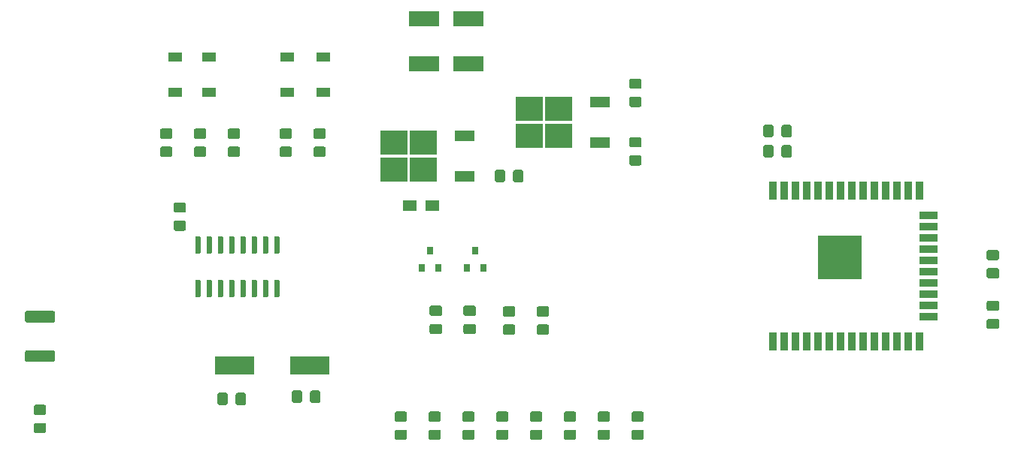
<source format=gbr>
G04 #@! TF.GenerationSoftware,KiCad,Pcbnew,5.1.5-52549c5~84~ubuntu18.04.1*
G04 #@! TF.CreationDate,2020-01-13T10:08:47+01:00*
G04 #@! TF.ProjectId,E32CB_R2,45333243-425f-4523-922e-6b696361645f,rev?*
G04 #@! TF.SameCoordinates,Original*
G04 #@! TF.FileFunction,Paste,Bot*
G04 #@! TF.FilePolarity,Positive*
%FSLAX46Y46*%
G04 Gerber Fmt 4.6, Leading zero omitted, Abs format (unit mm)*
G04 Created by KiCad (PCBNEW 5.1.5-52549c5~84~ubuntu18.04.1) date 2020-01-13 10:08:47*
%MOMM*%
%LPD*%
G04 APERTURE LIST*
%ADD10R,4.500000X2.000000*%
%ADD11R,3.500000X1.800000*%
%ADD12C,0.100000*%
%ADD13R,1.500000X1.250000*%
%ADD14R,0.900000X2.000000*%
%ADD15R,2.000000X0.900000*%
%ADD16R,5.000000X5.000000*%
%ADD17R,1.500000X1.050000*%
%ADD18R,0.800000X0.900000*%
%ADD19R,3.050000X2.750000*%
%ADD20R,2.200000X1.200000*%
G04 APERTURE END LIST*
D10*
X113320500Y-89916000D03*
X121820500Y-89916000D03*
D11*
X134700000Y-50800000D03*
X139700000Y-50800000D03*
D12*
G36*
X158970505Y-66237204D02*
G01*
X158994773Y-66240804D01*
X159018572Y-66246765D01*
X159041671Y-66255030D01*
X159063850Y-66265520D01*
X159084893Y-66278132D01*
X159104599Y-66292747D01*
X159122777Y-66309223D01*
X159139253Y-66327401D01*
X159153868Y-66347107D01*
X159166480Y-66368150D01*
X159176970Y-66390329D01*
X159185235Y-66413428D01*
X159191196Y-66437227D01*
X159194796Y-66461495D01*
X159196000Y-66485999D01*
X159196000Y-67136001D01*
X159194796Y-67160505D01*
X159191196Y-67184773D01*
X159185235Y-67208572D01*
X159176970Y-67231671D01*
X159166480Y-67253850D01*
X159153868Y-67274893D01*
X159139253Y-67294599D01*
X159122777Y-67312777D01*
X159104599Y-67329253D01*
X159084893Y-67343868D01*
X159063850Y-67356480D01*
X159041671Y-67366970D01*
X159018572Y-67375235D01*
X158994773Y-67381196D01*
X158970505Y-67384796D01*
X158946001Y-67386000D01*
X158045999Y-67386000D01*
X158021495Y-67384796D01*
X157997227Y-67381196D01*
X157973428Y-67375235D01*
X157950329Y-67366970D01*
X157928150Y-67356480D01*
X157907107Y-67343868D01*
X157887401Y-67329253D01*
X157869223Y-67312777D01*
X157852747Y-67294599D01*
X157838132Y-67274893D01*
X157825520Y-67253850D01*
X157815030Y-67231671D01*
X157806765Y-67208572D01*
X157800804Y-67184773D01*
X157797204Y-67160505D01*
X157796000Y-67136001D01*
X157796000Y-66485999D01*
X157797204Y-66461495D01*
X157800804Y-66437227D01*
X157806765Y-66413428D01*
X157815030Y-66390329D01*
X157825520Y-66368150D01*
X157838132Y-66347107D01*
X157852747Y-66327401D01*
X157869223Y-66309223D01*
X157887401Y-66292747D01*
X157907107Y-66278132D01*
X157928150Y-66265520D01*
X157950329Y-66255030D01*
X157973428Y-66246765D01*
X157997227Y-66240804D01*
X158021495Y-66237204D01*
X158045999Y-66236000D01*
X158946001Y-66236000D01*
X158970505Y-66237204D01*
G37*
G36*
X158970505Y-64187204D02*
G01*
X158994773Y-64190804D01*
X159018572Y-64196765D01*
X159041671Y-64205030D01*
X159063850Y-64215520D01*
X159084893Y-64228132D01*
X159104599Y-64242747D01*
X159122777Y-64259223D01*
X159139253Y-64277401D01*
X159153868Y-64297107D01*
X159166480Y-64318150D01*
X159176970Y-64340329D01*
X159185235Y-64363428D01*
X159191196Y-64387227D01*
X159194796Y-64411495D01*
X159196000Y-64435999D01*
X159196000Y-65086001D01*
X159194796Y-65110505D01*
X159191196Y-65134773D01*
X159185235Y-65158572D01*
X159176970Y-65181671D01*
X159166480Y-65203850D01*
X159153868Y-65224893D01*
X159139253Y-65244599D01*
X159122777Y-65262777D01*
X159104599Y-65279253D01*
X159084893Y-65293868D01*
X159063850Y-65306480D01*
X159041671Y-65316970D01*
X159018572Y-65325235D01*
X158994773Y-65331196D01*
X158970505Y-65334796D01*
X158946001Y-65336000D01*
X158045999Y-65336000D01*
X158021495Y-65334796D01*
X157997227Y-65331196D01*
X157973428Y-65325235D01*
X157950329Y-65316970D01*
X157928150Y-65306480D01*
X157907107Y-65293868D01*
X157887401Y-65279253D01*
X157869223Y-65262777D01*
X157852747Y-65244599D01*
X157838132Y-65224893D01*
X157825520Y-65203850D01*
X157815030Y-65181671D01*
X157806765Y-65158572D01*
X157800804Y-65134773D01*
X157797204Y-65110505D01*
X157796000Y-65086001D01*
X157796000Y-64435999D01*
X157797204Y-64411495D01*
X157800804Y-64387227D01*
X157806765Y-64363428D01*
X157815030Y-64340329D01*
X157825520Y-64318150D01*
X157838132Y-64297107D01*
X157852747Y-64277401D01*
X157869223Y-64259223D01*
X157887401Y-64242747D01*
X157907107Y-64228132D01*
X157928150Y-64215520D01*
X157950329Y-64205030D01*
X157973428Y-64196765D01*
X157997227Y-64190804D01*
X158021495Y-64187204D01*
X158045999Y-64186000D01*
X158946001Y-64186000D01*
X158970505Y-64187204D01*
G37*
G36*
X158970505Y-57583204D02*
G01*
X158994773Y-57586804D01*
X159018572Y-57592765D01*
X159041671Y-57601030D01*
X159063850Y-57611520D01*
X159084893Y-57624132D01*
X159104599Y-57638747D01*
X159122777Y-57655223D01*
X159139253Y-57673401D01*
X159153868Y-57693107D01*
X159166480Y-57714150D01*
X159176970Y-57736329D01*
X159185235Y-57759428D01*
X159191196Y-57783227D01*
X159194796Y-57807495D01*
X159196000Y-57831999D01*
X159196000Y-58482001D01*
X159194796Y-58506505D01*
X159191196Y-58530773D01*
X159185235Y-58554572D01*
X159176970Y-58577671D01*
X159166480Y-58599850D01*
X159153868Y-58620893D01*
X159139253Y-58640599D01*
X159122777Y-58658777D01*
X159104599Y-58675253D01*
X159084893Y-58689868D01*
X159063850Y-58702480D01*
X159041671Y-58712970D01*
X159018572Y-58721235D01*
X158994773Y-58727196D01*
X158970505Y-58730796D01*
X158946001Y-58732000D01*
X158045999Y-58732000D01*
X158021495Y-58730796D01*
X157997227Y-58727196D01*
X157973428Y-58721235D01*
X157950329Y-58712970D01*
X157928150Y-58702480D01*
X157907107Y-58689868D01*
X157887401Y-58675253D01*
X157869223Y-58658777D01*
X157852747Y-58640599D01*
X157838132Y-58620893D01*
X157825520Y-58599850D01*
X157815030Y-58577671D01*
X157806765Y-58554572D01*
X157800804Y-58530773D01*
X157797204Y-58506505D01*
X157796000Y-58482001D01*
X157796000Y-57831999D01*
X157797204Y-57807495D01*
X157800804Y-57783227D01*
X157806765Y-57759428D01*
X157815030Y-57736329D01*
X157825520Y-57714150D01*
X157838132Y-57693107D01*
X157852747Y-57673401D01*
X157869223Y-57655223D01*
X157887401Y-57638747D01*
X157907107Y-57624132D01*
X157928150Y-57611520D01*
X157950329Y-57601030D01*
X157973428Y-57592765D01*
X157997227Y-57586804D01*
X158021495Y-57583204D01*
X158045999Y-57582000D01*
X158946001Y-57582000D01*
X158970505Y-57583204D01*
G37*
G36*
X158970505Y-59633204D02*
G01*
X158994773Y-59636804D01*
X159018572Y-59642765D01*
X159041671Y-59651030D01*
X159063850Y-59661520D01*
X159084893Y-59674132D01*
X159104599Y-59688747D01*
X159122777Y-59705223D01*
X159139253Y-59723401D01*
X159153868Y-59743107D01*
X159166480Y-59764150D01*
X159176970Y-59786329D01*
X159185235Y-59809428D01*
X159191196Y-59833227D01*
X159194796Y-59857495D01*
X159196000Y-59881999D01*
X159196000Y-60532001D01*
X159194796Y-60556505D01*
X159191196Y-60580773D01*
X159185235Y-60604572D01*
X159176970Y-60627671D01*
X159166480Y-60649850D01*
X159153868Y-60670893D01*
X159139253Y-60690599D01*
X159122777Y-60708777D01*
X159104599Y-60725253D01*
X159084893Y-60739868D01*
X159063850Y-60752480D01*
X159041671Y-60762970D01*
X159018572Y-60771235D01*
X158994773Y-60777196D01*
X158970505Y-60780796D01*
X158946001Y-60782000D01*
X158045999Y-60782000D01*
X158021495Y-60780796D01*
X157997227Y-60777196D01*
X157973428Y-60771235D01*
X157950329Y-60762970D01*
X157928150Y-60752480D01*
X157907107Y-60739868D01*
X157887401Y-60725253D01*
X157869223Y-60708777D01*
X157852747Y-60690599D01*
X157838132Y-60670893D01*
X157825520Y-60649850D01*
X157815030Y-60627671D01*
X157806765Y-60604572D01*
X157800804Y-60580773D01*
X157797204Y-60556505D01*
X157796000Y-60532001D01*
X157796000Y-59881999D01*
X157797204Y-59857495D01*
X157800804Y-59833227D01*
X157806765Y-59809428D01*
X157815030Y-59786329D01*
X157825520Y-59764150D01*
X157838132Y-59743107D01*
X157852747Y-59723401D01*
X157869223Y-59705223D01*
X157887401Y-59688747D01*
X157907107Y-59674132D01*
X157928150Y-59661520D01*
X157950329Y-59651030D01*
X157973428Y-59642765D01*
X157997227Y-59636804D01*
X158021495Y-59633204D01*
X158045999Y-59632000D01*
X158946001Y-59632000D01*
X158970505Y-59633204D01*
G37*
G36*
X91914505Y-96431204D02*
G01*
X91938773Y-96434804D01*
X91962572Y-96440765D01*
X91985671Y-96449030D01*
X92007850Y-96459520D01*
X92028893Y-96472132D01*
X92048599Y-96486747D01*
X92066777Y-96503223D01*
X92083253Y-96521401D01*
X92097868Y-96541107D01*
X92110480Y-96562150D01*
X92120970Y-96584329D01*
X92129235Y-96607428D01*
X92135196Y-96631227D01*
X92138796Y-96655495D01*
X92140000Y-96679999D01*
X92140000Y-97330001D01*
X92138796Y-97354505D01*
X92135196Y-97378773D01*
X92129235Y-97402572D01*
X92120970Y-97425671D01*
X92110480Y-97447850D01*
X92097868Y-97468893D01*
X92083253Y-97488599D01*
X92066777Y-97506777D01*
X92048599Y-97523253D01*
X92028893Y-97537868D01*
X92007850Y-97550480D01*
X91985671Y-97560970D01*
X91962572Y-97569235D01*
X91938773Y-97575196D01*
X91914505Y-97578796D01*
X91890001Y-97580000D01*
X90989999Y-97580000D01*
X90965495Y-97578796D01*
X90941227Y-97575196D01*
X90917428Y-97569235D01*
X90894329Y-97560970D01*
X90872150Y-97550480D01*
X90851107Y-97537868D01*
X90831401Y-97523253D01*
X90813223Y-97506777D01*
X90796747Y-97488599D01*
X90782132Y-97468893D01*
X90769520Y-97447850D01*
X90759030Y-97425671D01*
X90750765Y-97402572D01*
X90744804Y-97378773D01*
X90741204Y-97354505D01*
X90740000Y-97330001D01*
X90740000Y-96679999D01*
X90741204Y-96655495D01*
X90744804Y-96631227D01*
X90750765Y-96607428D01*
X90759030Y-96584329D01*
X90769520Y-96562150D01*
X90782132Y-96541107D01*
X90796747Y-96521401D01*
X90813223Y-96503223D01*
X90831401Y-96486747D01*
X90851107Y-96472132D01*
X90872150Y-96459520D01*
X90894329Y-96449030D01*
X90917428Y-96440765D01*
X90941227Y-96434804D01*
X90965495Y-96431204D01*
X90989999Y-96430000D01*
X91890001Y-96430000D01*
X91914505Y-96431204D01*
G37*
G36*
X91914505Y-94381204D02*
G01*
X91938773Y-94384804D01*
X91962572Y-94390765D01*
X91985671Y-94399030D01*
X92007850Y-94409520D01*
X92028893Y-94422132D01*
X92048599Y-94436747D01*
X92066777Y-94453223D01*
X92083253Y-94471401D01*
X92097868Y-94491107D01*
X92110480Y-94512150D01*
X92120970Y-94534329D01*
X92129235Y-94557428D01*
X92135196Y-94581227D01*
X92138796Y-94605495D01*
X92140000Y-94629999D01*
X92140000Y-95280001D01*
X92138796Y-95304505D01*
X92135196Y-95328773D01*
X92129235Y-95352572D01*
X92120970Y-95375671D01*
X92110480Y-95397850D01*
X92097868Y-95418893D01*
X92083253Y-95438599D01*
X92066777Y-95456777D01*
X92048599Y-95473253D01*
X92028893Y-95487868D01*
X92007850Y-95500480D01*
X91985671Y-95510970D01*
X91962572Y-95519235D01*
X91938773Y-95525196D01*
X91914505Y-95528796D01*
X91890001Y-95530000D01*
X90989999Y-95530000D01*
X90965495Y-95528796D01*
X90941227Y-95525196D01*
X90917428Y-95519235D01*
X90894329Y-95510970D01*
X90872150Y-95500480D01*
X90851107Y-95487868D01*
X90831401Y-95473253D01*
X90813223Y-95456777D01*
X90796747Y-95438599D01*
X90782132Y-95418893D01*
X90769520Y-95397850D01*
X90759030Y-95375671D01*
X90750765Y-95352572D01*
X90744804Y-95328773D01*
X90741204Y-95304505D01*
X90740000Y-95280001D01*
X90740000Y-94629999D01*
X90741204Y-94605495D01*
X90744804Y-94581227D01*
X90750765Y-94557428D01*
X90759030Y-94534329D01*
X90769520Y-94512150D01*
X90782132Y-94491107D01*
X90796747Y-94471401D01*
X90813223Y-94453223D01*
X90831401Y-94436747D01*
X90851107Y-94422132D01*
X90872150Y-94409520D01*
X90894329Y-94399030D01*
X90917428Y-94390765D01*
X90941227Y-94384804D01*
X90965495Y-94381204D01*
X90989999Y-94380000D01*
X91890001Y-94380000D01*
X91914505Y-94381204D01*
G37*
G36*
X114404505Y-93027204D02*
G01*
X114428773Y-93030804D01*
X114452572Y-93036765D01*
X114475671Y-93045030D01*
X114497850Y-93055520D01*
X114518893Y-93068132D01*
X114538599Y-93082747D01*
X114556777Y-93099223D01*
X114573253Y-93117401D01*
X114587868Y-93137107D01*
X114600480Y-93158150D01*
X114610970Y-93180329D01*
X114619235Y-93203428D01*
X114625196Y-93227227D01*
X114628796Y-93251495D01*
X114630000Y-93275999D01*
X114630000Y-94176001D01*
X114628796Y-94200505D01*
X114625196Y-94224773D01*
X114619235Y-94248572D01*
X114610970Y-94271671D01*
X114600480Y-94293850D01*
X114587868Y-94314893D01*
X114573253Y-94334599D01*
X114556777Y-94352777D01*
X114538599Y-94369253D01*
X114518893Y-94383868D01*
X114497850Y-94396480D01*
X114475671Y-94406970D01*
X114452572Y-94415235D01*
X114428773Y-94421196D01*
X114404505Y-94424796D01*
X114380001Y-94426000D01*
X113729999Y-94426000D01*
X113705495Y-94424796D01*
X113681227Y-94421196D01*
X113657428Y-94415235D01*
X113634329Y-94406970D01*
X113612150Y-94396480D01*
X113591107Y-94383868D01*
X113571401Y-94369253D01*
X113553223Y-94352777D01*
X113536747Y-94334599D01*
X113522132Y-94314893D01*
X113509520Y-94293850D01*
X113499030Y-94271671D01*
X113490765Y-94248572D01*
X113484804Y-94224773D01*
X113481204Y-94200505D01*
X113480000Y-94176001D01*
X113480000Y-93275999D01*
X113481204Y-93251495D01*
X113484804Y-93227227D01*
X113490765Y-93203428D01*
X113499030Y-93180329D01*
X113509520Y-93158150D01*
X113522132Y-93137107D01*
X113536747Y-93117401D01*
X113553223Y-93099223D01*
X113571401Y-93082747D01*
X113591107Y-93068132D01*
X113612150Y-93055520D01*
X113634329Y-93045030D01*
X113657428Y-93036765D01*
X113681227Y-93030804D01*
X113705495Y-93027204D01*
X113729999Y-93026000D01*
X114380001Y-93026000D01*
X114404505Y-93027204D01*
G37*
G36*
X112354505Y-93027204D02*
G01*
X112378773Y-93030804D01*
X112402572Y-93036765D01*
X112425671Y-93045030D01*
X112447850Y-93055520D01*
X112468893Y-93068132D01*
X112488599Y-93082747D01*
X112506777Y-93099223D01*
X112523253Y-93117401D01*
X112537868Y-93137107D01*
X112550480Y-93158150D01*
X112560970Y-93180329D01*
X112569235Y-93203428D01*
X112575196Y-93227227D01*
X112578796Y-93251495D01*
X112580000Y-93275999D01*
X112580000Y-94176001D01*
X112578796Y-94200505D01*
X112575196Y-94224773D01*
X112569235Y-94248572D01*
X112560970Y-94271671D01*
X112550480Y-94293850D01*
X112537868Y-94314893D01*
X112523253Y-94334599D01*
X112506777Y-94352777D01*
X112488599Y-94369253D01*
X112468893Y-94383868D01*
X112447850Y-94396480D01*
X112425671Y-94406970D01*
X112402572Y-94415235D01*
X112378773Y-94421196D01*
X112354505Y-94424796D01*
X112330001Y-94426000D01*
X111679999Y-94426000D01*
X111655495Y-94424796D01*
X111631227Y-94421196D01*
X111607428Y-94415235D01*
X111584329Y-94406970D01*
X111562150Y-94396480D01*
X111541107Y-94383868D01*
X111521401Y-94369253D01*
X111503223Y-94352777D01*
X111486747Y-94334599D01*
X111472132Y-94314893D01*
X111459520Y-94293850D01*
X111449030Y-94271671D01*
X111440765Y-94248572D01*
X111434804Y-94224773D01*
X111431204Y-94200505D01*
X111430000Y-94176001D01*
X111430000Y-93275999D01*
X111431204Y-93251495D01*
X111434804Y-93227227D01*
X111440765Y-93203428D01*
X111449030Y-93180329D01*
X111459520Y-93158150D01*
X111472132Y-93137107D01*
X111486747Y-93117401D01*
X111503223Y-93099223D01*
X111521401Y-93082747D01*
X111541107Y-93068132D01*
X111562150Y-93055520D01*
X111584329Y-93045030D01*
X111607428Y-93036765D01*
X111631227Y-93030804D01*
X111655495Y-93027204D01*
X111679999Y-93026000D01*
X112330001Y-93026000D01*
X112354505Y-93027204D01*
G37*
G36*
X120736505Y-92773204D02*
G01*
X120760773Y-92776804D01*
X120784572Y-92782765D01*
X120807671Y-92791030D01*
X120829850Y-92801520D01*
X120850893Y-92814132D01*
X120870599Y-92828747D01*
X120888777Y-92845223D01*
X120905253Y-92863401D01*
X120919868Y-92883107D01*
X120932480Y-92904150D01*
X120942970Y-92926329D01*
X120951235Y-92949428D01*
X120957196Y-92973227D01*
X120960796Y-92997495D01*
X120962000Y-93021999D01*
X120962000Y-93922001D01*
X120960796Y-93946505D01*
X120957196Y-93970773D01*
X120951235Y-93994572D01*
X120942970Y-94017671D01*
X120932480Y-94039850D01*
X120919868Y-94060893D01*
X120905253Y-94080599D01*
X120888777Y-94098777D01*
X120870599Y-94115253D01*
X120850893Y-94129868D01*
X120829850Y-94142480D01*
X120807671Y-94152970D01*
X120784572Y-94161235D01*
X120760773Y-94167196D01*
X120736505Y-94170796D01*
X120712001Y-94172000D01*
X120061999Y-94172000D01*
X120037495Y-94170796D01*
X120013227Y-94167196D01*
X119989428Y-94161235D01*
X119966329Y-94152970D01*
X119944150Y-94142480D01*
X119923107Y-94129868D01*
X119903401Y-94115253D01*
X119885223Y-94098777D01*
X119868747Y-94080599D01*
X119854132Y-94060893D01*
X119841520Y-94039850D01*
X119831030Y-94017671D01*
X119822765Y-93994572D01*
X119816804Y-93970773D01*
X119813204Y-93946505D01*
X119812000Y-93922001D01*
X119812000Y-93021999D01*
X119813204Y-92997495D01*
X119816804Y-92973227D01*
X119822765Y-92949428D01*
X119831030Y-92926329D01*
X119841520Y-92904150D01*
X119854132Y-92883107D01*
X119868747Y-92863401D01*
X119885223Y-92845223D01*
X119903401Y-92828747D01*
X119923107Y-92814132D01*
X119944150Y-92801520D01*
X119966329Y-92791030D01*
X119989428Y-92782765D01*
X120013227Y-92776804D01*
X120037495Y-92773204D01*
X120061999Y-92772000D01*
X120712001Y-92772000D01*
X120736505Y-92773204D01*
G37*
G36*
X122786505Y-92773204D02*
G01*
X122810773Y-92776804D01*
X122834572Y-92782765D01*
X122857671Y-92791030D01*
X122879850Y-92801520D01*
X122900893Y-92814132D01*
X122920599Y-92828747D01*
X122938777Y-92845223D01*
X122955253Y-92863401D01*
X122969868Y-92883107D01*
X122982480Y-92904150D01*
X122992970Y-92926329D01*
X123001235Y-92949428D01*
X123007196Y-92973227D01*
X123010796Y-92997495D01*
X123012000Y-93021999D01*
X123012000Y-93922001D01*
X123010796Y-93946505D01*
X123007196Y-93970773D01*
X123001235Y-93994572D01*
X122992970Y-94017671D01*
X122982480Y-94039850D01*
X122969868Y-94060893D01*
X122955253Y-94080599D01*
X122938777Y-94098777D01*
X122920599Y-94115253D01*
X122900893Y-94129868D01*
X122879850Y-94142480D01*
X122857671Y-94152970D01*
X122834572Y-94161235D01*
X122810773Y-94167196D01*
X122786505Y-94170796D01*
X122762001Y-94172000D01*
X122111999Y-94172000D01*
X122087495Y-94170796D01*
X122063227Y-94167196D01*
X122039428Y-94161235D01*
X122016329Y-94152970D01*
X121994150Y-94142480D01*
X121973107Y-94129868D01*
X121953401Y-94115253D01*
X121935223Y-94098777D01*
X121918747Y-94080599D01*
X121904132Y-94060893D01*
X121891520Y-94039850D01*
X121881030Y-94017671D01*
X121872765Y-93994572D01*
X121866804Y-93970773D01*
X121863204Y-93946505D01*
X121862000Y-93922001D01*
X121862000Y-93021999D01*
X121863204Y-92997495D01*
X121866804Y-92973227D01*
X121872765Y-92949428D01*
X121881030Y-92926329D01*
X121891520Y-92904150D01*
X121904132Y-92883107D01*
X121918747Y-92863401D01*
X121935223Y-92845223D01*
X121953401Y-92828747D01*
X121973107Y-92814132D01*
X121994150Y-92801520D01*
X122016329Y-92791030D01*
X122039428Y-92782765D01*
X122063227Y-92776804D01*
X122087495Y-92773204D01*
X122111999Y-92772000D01*
X122762001Y-92772000D01*
X122786505Y-92773204D01*
G37*
G36*
X145646505Y-67881204D02*
G01*
X145670773Y-67884804D01*
X145694572Y-67890765D01*
X145717671Y-67899030D01*
X145739850Y-67909520D01*
X145760893Y-67922132D01*
X145780599Y-67936747D01*
X145798777Y-67953223D01*
X145815253Y-67971401D01*
X145829868Y-67991107D01*
X145842480Y-68012150D01*
X145852970Y-68034329D01*
X145861235Y-68057428D01*
X145867196Y-68081227D01*
X145870796Y-68105495D01*
X145872000Y-68129999D01*
X145872000Y-69030001D01*
X145870796Y-69054505D01*
X145867196Y-69078773D01*
X145861235Y-69102572D01*
X145852970Y-69125671D01*
X145842480Y-69147850D01*
X145829868Y-69168893D01*
X145815253Y-69188599D01*
X145798777Y-69206777D01*
X145780599Y-69223253D01*
X145760893Y-69237868D01*
X145739850Y-69250480D01*
X145717671Y-69260970D01*
X145694572Y-69269235D01*
X145670773Y-69275196D01*
X145646505Y-69278796D01*
X145622001Y-69280000D01*
X144971999Y-69280000D01*
X144947495Y-69278796D01*
X144923227Y-69275196D01*
X144899428Y-69269235D01*
X144876329Y-69260970D01*
X144854150Y-69250480D01*
X144833107Y-69237868D01*
X144813401Y-69223253D01*
X144795223Y-69206777D01*
X144778747Y-69188599D01*
X144764132Y-69168893D01*
X144751520Y-69147850D01*
X144741030Y-69125671D01*
X144732765Y-69102572D01*
X144726804Y-69078773D01*
X144723204Y-69054505D01*
X144722000Y-69030001D01*
X144722000Y-68129999D01*
X144723204Y-68105495D01*
X144726804Y-68081227D01*
X144732765Y-68057428D01*
X144741030Y-68034329D01*
X144751520Y-68012150D01*
X144764132Y-67991107D01*
X144778747Y-67971401D01*
X144795223Y-67953223D01*
X144813401Y-67936747D01*
X144833107Y-67922132D01*
X144854150Y-67909520D01*
X144876329Y-67899030D01*
X144899428Y-67890765D01*
X144923227Y-67884804D01*
X144947495Y-67881204D01*
X144971999Y-67880000D01*
X145622001Y-67880000D01*
X145646505Y-67881204D01*
G37*
G36*
X143596505Y-67881204D02*
G01*
X143620773Y-67884804D01*
X143644572Y-67890765D01*
X143667671Y-67899030D01*
X143689850Y-67909520D01*
X143710893Y-67922132D01*
X143730599Y-67936747D01*
X143748777Y-67953223D01*
X143765253Y-67971401D01*
X143779868Y-67991107D01*
X143792480Y-68012150D01*
X143802970Y-68034329D01*
X143811235Y-68057428D01*
X143817196Y-68081227D01*
X143820796Y-68105495D01*
X143822000Y-68129999D01*
X143822000Y-69030001D01*
X143820796Y-69054505D01*
X143817196Y-69078773D01*
X143811235Y-69102572D01*
X143802970Y-69125671D01*
X143792480Y-69147850D01*
X143779868Y-69168893D01*
X143765253Y-69188599D01*
X143748777Y-69206777D01*
X143730599Y-69223253D01*
X143710893Y-69237868D01*
X143689850Y-69250480D01*
X143667671Y-69260970D01*
X143644572Y-69269235D01*
X143620773Y-69275196D01*
X143596505Y-69278796D01*
X143572001Y-69280000D01*
X142921999Y-69280000D01*
X142897495Y-69278796D01*
X142873227Y-69275196D01*
X142849428Y-69269235D01*
X142826329Y-69260970D01*
X142804150Y-69250480D01*
X142783107Y-69237868D01*
X142763401Y-69223253D01*
X142745223Y-69206777D01*
X142728747Y-69188599D01*
X142714132Y-69168893D01*
X142701520Y-69147850D01*
X142691030Y-69125671D01*
X142682765Y-69102572D01*
X142676804Y-69078773D01*
X142673204Y-69054505D01*
X142672000Y-69030001D01*
X142672000Y-68129999D01*
X142673204Y-68105495D01*
X142676804Y-68081227D01*
X142682765Y-68057428D01*
X142691030Y-68034329D01*
X142701520Y-68012150D01*
X142714132Y-67991107D01*
X142728747Y-67971401D01*
X142745223Y-67953223D01*
X142763401Y-67936747D01*
X142783107Y-67922132D01*
X142804150Y-67909520D01*
X142826329Y-67899030D01*
X142849428Y-67890765D01*
X142873227Y-67884804D01*
X142897495Y-67881204D01*
X142921999Y-67880000D01*
X143572001Y-67880000D01*
X143596505Y-67881204D01*
G37*
G36*
X173822505Y-62801204D02*
G01*
X173846773Y-62804804D01*
X173870572Y-62810765D01*
X173893671Y-62819030D01*
X173915850Y-62829520D01*
X173936893Y-62842132D01*
X173956599Y-62856747D01*
X173974777Y-62873223D01*
X173991253Y-62891401D01*
X174005868Y-62911107D01*
X174018480Y-62932150D01*
X174028970Y-62954329D01*
X174037235Y-62977428D01*
X174043196Y-63001227D01*
X174046796Y-63025495D01*
X174048000Y-63049999D01*
X174048000Y-63950001D01*
X174046796Y-63974505D01*
X174043196Y-63998773D01*
X174037235Y-64022572D01*
X174028970Y-64045671D01*
X174018480Y-64067850D01*
X174005868Y-64088893D01*
X173991253Y-64108599D01*
X173974777Y-64126777D01*
X173956599Y-64143253D01*
X173936893Y-64157868D01*
X173915850Y-64170480D01*
X173893671Y-64180970D01*
X173870572Y-64189235D01*
X173846773Y-64195196D01*
X173822505Y-64198796D01*
X173798001Y-64200000D01*
X173147999Y-64200000D01*
X173123495Y-64198796D01*
X173099227Y-64195196D01*
X173075428Y-64189235D01*
X173052329Y-64180970D01*
X173030150Y-64170480D01*
X173009107Y-64157868D01*
X172989401Y-64143253D01*
X172971223Y-64126777D01*
X172954747Y-64108599D01*
X172940132Y-64088893D01*
X172927520Y-64067850D01*
X172917030Y-64045671D01*
X172908765Y-64022572D01*
X172902804Y-63998773D01*
X172899204Y-63974505D01*
X172898000Y-63950001D01*
X172898000Y-63049999D01*
X172899204Y-63025495D01*
X172902804Y-63001227D01*
X172908765Y-62977428D01*
X172917030Y-62954329D01*
X172927520Y-62932150D01*
X172940132Y-62911107D01*
X172954747Y-62891401D01*
X172971223Y-62873223D01*
X172989401Y-62856747D01*
X173009107Y-62842132D01*
X173030150Y-62829520D01*
X173052329Y-62819030D01*
X173075428Y-62810765D01*
X173099227Y-62804804D01*
X173123495Y-62801204D01*
X173147999Y-62800000D01*
X173798001Y-62800000D01*
X173822505Y-62801204D01*
G37*
G36*
X175872505Y-62801204D02*
G01*
X175896773Y-62804804D01*
X175920572Y-62810765D01*
X175943671Y-62819030D01*
X175965850Y-62829520D01*
X175986893Y-62842132D01*
X176006599Y-62856747D01*
X176024777Y-62873223D01*
X176041253Y-62891401D01*
X176055868Y-62911107D01*
X176068480Y-62932150D01*
X176078970Y-62954329D01*
X176087235Y-62977428D01*
X176093196Y-63001227D01*
X176096796Y-63025495D01*
X176098000Y-63049999D01*
X176098000Y-63950001D01*
X176096796Y-63974505D01*
X176093196Y-63998773D01*
X176087235Y-64022572D01*
X176078970Y-64045671D01*
X176068480Y-64067850D01*
X176055868Y-64088893D01*
X176041253Y-64108599D01*
X176024777Y-64126777D01*
X176006599Y-64143253D01*
X175986893Y-64157868D01*
X175965850Y-64170480D01*
X175943671Y-64180970D01*
X175920572Y-64189235D01*
X175896773Y-64195196D01*
X175872505Y-64198796D01*
X175848001Y-64200000D01*
X175197999Y-64200000D01*
X175173495Y-64198796D01*
X175149227Y-64195196D01*
X175125428Y-64189235D01*
X175102329Y-64180970D01*
X175080150Y-64170480D01*
X175059107Y-64157868D01*
X175039401Y-64143253D01*
X175021223Y-64126777D01*
X175004747Y-64108599D01*
X174990132Y-64088893D01*
X174977520Y-64067850D01*
X174967030Y-64045671D01*
X174958765Y-64022572D01*
X174952804Y-63998773D01*
X174949204Y-63974505D01*
X174948000Y-63950001D01*
X174948000Y-63049999D01*
X174949204Y-63025495D01*
X174952804Y-63001227D01*
X174958765Y-62977428D01*
X174967030Y-62954329D01*
X174977520Y-62932150D01*
X174990132Y-62911107D01*
X175004747Y-62891401D01*
X175021223Y-62873223D01*
X175039401Y-62856747D01*
X175059107Y-62842132D01*
X175080150Y-62829520D01*
X175102329Y-62819030D01*
X175125428Y-62810765D01*
X175149227Y-62804804D01*
X175173495Y-62801204D01*
X175197999Y-62800000D01*
X175848001Y-62800000D01*
X175872505Y-62801204D01*
G37*
G36*
X173822505Y-65087204D02*
G01*
X173846773Y-65090804D01*
X173870572Y-65096765D01*
X173893671Y-65105030D01*
X173915850Y-65115520D01*
X173936893Y-65128132D01*
X173956599Y-65142747D01*
X173974777Y-65159223D01*
X173991253Y-65177401D01*
X174005868Y-65197107D01*
X174018480Y-65218150D01*
X174028970Y-65240329D01*
X174037235Y-65263428D01*
X174043196Y-65287227D01*
X174046796Y-65311495D01*
X174048000Y-65335999D01*
X174048000Y-66236001D01*
X174046796Y-66260505D01*
X174043196Y-66284773D01*
X174037235Y-66308572D01*
X174028970Y-66331671D01*
X174018480Y-66353850D01*
X174005868Y-66374893D01*
X173991253Y-66394599D01*
X173974777Y-66412777D01*
X173956599Y-66429253D01*
X173936893Y-66443868D01*
X173915850Y-66456480D01*
X173893671Y-66466970D01*
X173870572Y-66475235D01*
X173846773Y-66481196D01*
X173822505Y-66484796D01*
X173798001Y-66486000D01*
X173147999Y-66486000D01*
X173123495Y-66484796D01*
X173099227Y-66481196D01*
X173075428Y-66475235D01*
X173052329Y-66466970D01*
X173030150Y-66456480D01*
X173009107Y-66443868D01*
X172989401Y-66429253D01*
X172971223Y-66412777D01*
X172954747Y-66394599D01*
X172940132Y-66374893D01*
X172927520Y-66353850D01*
X172917030Y-66331671D01*
X172908765Y-66308572D01*
X172902804Y-66284773D01*
X172899204Y-66260505D01*
X172898000Y-66236001D01*
X172898000Y-65335999D01*
X172899204Y-65311495D01*
X172902804Y-65287227D01*
X172908765Y-65263428D01*
X172917030Y-65240329D01*
X172927520Y-65218150D01*
X172940132Y-65197107D01*
X172954747Y-65177401D01*
X172971223Y-65159223D01*
X172989401Y-65142747D01*
X173009107Y-65128132D01*
X173030150Y-65115520D01*
X173052329Y-65105030D01*
X173075428Y-65096765D01*
X173099227Y-65090804D01*
X173123495Y-65087204D01*
X173147999Y-65086000D01*
X173798001Y-65086000D01*
X173822505Y-65087204D01*
G37*
G36*
X175872505Y-65087204D02*
G01*
X175896773Y-65090804D01*
X175920572Y-65096765D01*
X175943671Y-65105030D01*
X175965850Y-65115520D01*
X175986893Y-65128132D01*
X176006599Y-65142747D01*
X176024777Y-65159223D01*
X176041253Y-65177401D01*
X176055868Y-65197107D01*
X176068480Y-65218150D01*
X176078970Y-65240329D01*
X176087235Y-65263428D01*
X176093196Y-65287227D01*
X176096796Y-65311495D01*
X176098000Y-65335999D01*
X176098000Y-66236001D01*
X176096796Y-66260505D01*
X176093196Y-66284773D01*
X176087235Y-66308572D01*
X176078970Y-66331671D01*
X176068480Y-66353850D01*
X176055868Y-66374893D01*
X176041253Y-66394599D01*
X176024777Y-66412777D01*
X176006599Y-66429253D01*
X175986893Y-66443868D01*
X175965850Y-66456480D01*
X175943671Y-66466970D01*
X175920572Y-66475235D01*
X175896773Y-66481196D01*
X175872505Y-66484796D01*
X175848001Y-66486000D01*
X175197999Y-66486000D01*
X175173495Y-66484796D01*
X175149227Y-66481196D01*
X175125428Y-66475235D01*
X175102329Y-66466970D01*
X175080150Y-66456480D01*
X175059107Y-66443868D01*
X175039401Y-66429253D01*
X175021223Y-66412777D01*
X175004747Y-66394599D01*
X174990132Y-66374893D01*
X174977520Y-66353850D01*
X174967030Y-66331671D01*
X174958765Y-66308572D01*
X174952804Y-66284773D01*
X174949204Y-66260505D01*
X174948000Y-66236001D01*
X174948000Y-65335999D01*
X174949204Y-65311495D01*
X174952804Y-65287227D01*
X174958765Y-65263428D01*
X174967030Y-65240329D01*
X174977520Y-65218150D01*
X174990132Y-65197107D01*
X175004747Y-65177401D01*
X175021223Y-65159223D01*
X175039401Y-65142747D01*
X175059107Y-65128132D01*
X175080150Y-65115520D01*
X175102329Y-65105030D01*
X175125428Y-65096765D01*
X175149227Y-65090804D01*
X175173495Y-65087204D01*
X175197999Y-65086000D01*
X175848001Y-65086000D01*
X175872505Y-65087204D01*
G37*
G36*
X159224505Y-95138704D02*
G01*
X159248773Y-95142304D01*
X159272572Y-95148265D01*
X159295671Y-95156530D01*
X159317850Y-95167020D01*
X159338893Y-95179632D01*
X159358599Y-95194247D01*
X159376777Y-95210723D01*
X159393253Y-95228901D01*
X159407868Y-95248607D01*
X159420480Y-95269650D01*
X159430970Y-95291829D01*
X159439235Y-95314928D01*
X159445196Y-95338727D01*
X159448796Y-95362995D01*
X159450000Y-95387499D01*
X159450000Y-96037501D01*
X159448796Y-96062005D01*
X159445196Y-96086273D01*
X159439235Y-96110072D01*
X159430970Y-96133171D01*
X159420480Y-96155350D01*
X159407868Y-96176393D01*
X159393253Y-96196099D01*
X159376777Y-96214277D01*
X159358599Y-96230753D01*
X159338893Y-96245368D01*
X159317850Y-96257980D01*
X159295671Y-96268470D01*
X159272572Y-96276735D01*
X159248773Y-96282696D01*
X159224505Y-96286296D01*
X159200001Y-96287500D01*
X158299999Y-96287500D01*
X158275495Y-96286296D01*
X158251227Y-96282696D01*
X158227428Y-96276735D01*
X158204329Y-96268470D01*
X158182150Y-96257980D01*
X158161107Y-96245368D01*
X158141401Y-96230753D01*
X158123223Y-96214277D01*
X158106747Y-96196099D01*
X158092132Y-96176393D01*
X158079520Y-96155350D01*
X158069030Y-96133171D01*
X158060765Y-96110072D01*
X158054804Y-96086273D01*
X158051204Y-96062005D01*
X158050000Y-96037501D01*
X158050000Y-95387499D01*
X158051204Y-95362995D01*
X158054804Y-95338727D01*
X158060765Y-95314928D01*
X158069030Y-95291829D01*
X158079520Y-95269650D01*
X158092132Y-95248607D01*
X158106747Y-95228901D01*
X158123223Y-95210723D01*
X158141401Y-95194247D01*
X158161107Y-95179632D01*
X158182150Y-95167020D01*
X158204329Y-95156530D01*
X158227428Y-95148265D01*
X158251227Y-95142304D01*
X158275495Y-95138704D01*
X158299999Y-95137500D01*
X159200001Y-95137500D01*
X159224505Y-95138704D01*
G37*
G36*
X159224505Y-97188704D02*
G01*
X159248773Y-97192304D01*
X159272572Y-97198265D01*
X159295671Y-97206530D01*
X159317850Y-97217020D01*
X159338893Y-97229632D01*
X159358599Y-97244247D01*
X159376777Y-97260723D01*
X159393253Y-97278901D01*
X159407868Y-97298607D01*
X159420480Y-97319650D01*
X159430970Y-97341829D01*
X159439235Y-97364928D01*
X159445196Y-97388727D01*
X159448796Y-97412995D01*
X159450000Y-97437499D01*
X159450000Y-98087501D01*
X159448796Y-98112005D01*
X159445196Y-98136273D01*
X159439235Y-98160072D01*
X159430970Y-98183171D01*
X159420480Y-98205350D01*
X159407868Y-98226393D01*
X159393253Y-98246099D01*
X159376777Y-98264277D01*
X159358599Y-98280753D01*
X159338893Y-98295368D01*
X159317850Y-98307980D01*
X159295671Y-98318470D01*
X159272572Y-98326735D01*
X159248773Y-98332696D01*
X159224505Y-98336296D01*
X159200001Y-98337500D01*
X158299999Y-98337500D01*
X158275495Y-98336296D01*
X158251227Y-98332696D01*
X158227428Y-98326735D01*
X158204329Y-98318470D01*
X158182150Y-98307980D01*
X158161107Y-98295368D01*
X158141401Y-98280753D01*
X158123223Y-98264277D01*
X158106747Y-98246099D01*
X158092132Y-98226393D01*
X158079520Y-98205350D01*
X158069030Y-98183171D01*
X158060765Y-98160072D01*
X158054804Y-98136273D01*
X158051204Y-98112005D01*
X158050000Y-98087501D01*
X158050000Y-97437499D01*
X158051204Y-97412995D01*
X158054804Y-97388727D01*
X158060765Y-97364928D01*
X158069030Y-97341829D01*
X158079520Y-97319650D01*
X158092132Y-97298607D01*
X158106747Y-97278901D01*
X158123223Y-97260723D01*
X158141401Y-97244247D01*
X158161107Y-97229632D01*
X158182150Y-97217020D01*
X158204329Y-97206530D01*
X158227428Y-97198265D01*
X158251227Y-97192304D01*
X158275495Y-97188704D01*
X158299999Y-97187500D01*
X159200001Y-97187500D01*
X159224505Y-97188704D01*
G37*
G36*
X147794505Y-95138704D02*
G01*
X147818773Y-95142304D01*
X147842572Y-95148265D01*
X147865671Y-95156530D01*
X147887850Y-95167020D01*
X147908893Y-95179632D01*
X147928599Y-95194247D01*
X147946777Y-95210723D01*
X147963253Y-95228901D01*
X147977868Y-95248607D01*
X147990480Y-95269650D01*
X148000970Y-95291829D01*
X148009235Y-95314928D01*
X148015196Y-95338727D01*
X148018796Y-95362995D01*
X148020000Y-95387499D01*
X148020000Y-96037501D01*
X148018796Y-96062005D01*
X148015196Y-96086273D01*
X148009235Y-96110072D01*
X148000970Y-96133171D01*
X147990480Y-96155350D01*
X147977868Y-96176393D01*
X147963253Y-96196099D01*
X147946777Y-96214277D01*
X147928599Y-96230753D01*
X147908893Y-96245368D01*
X147887850Y-96257980D01*
X147865671Y-96268470D01*
X147842572Y-96276735D01*
X147818773Y-96282696D01*
X147794505Y-96286296D01*
X147770001Y-96287500D01*
X146869999Y-96287500D01*
X146845495Y-96286296D01*
X146821227Y-96282696D01*
X146797428Y-96276735D01*
X146774329Y-96268470D01*
X146752150Y-96257980D01*
X146731107Y-96245368D01*
X146711401Y-96230753D01*
X146693223Y-96214277D01*
X146676747Y-96196099D01*
X146662132Y-96176393D01*
X146649520Y-96155350D01*
X146639030Y-96133171D01*
X146630765Y-96110072D01*
X146624804Y-96086273D01*
X146621204Y-96062005D01*
X146620000Y-96037501D01*
X146620000Y-95387499D01*
X146621204Y-95362995D01*
X146624804Y-95338727D01*
X146630765Y-95314928D01*
X146639030Y-95291829D01*
X146649520Y-95269650D01*
X146662132Y-95248607D01*
X146676747Y-95228901D01*
X146693223Y-95210723D01*
X146711401Y-95194247D01*
X146731107Y-95179632D01*
X146752150Y-95167020D01*
X146774329Y-95156530D01*
X146797428Y-95148265D01*
X146821227Y-95142304D01*
X146845495Y-95138704D01*
X146869999Y-95137500D01*
X147770001Y-95137500D01*
X147794505Y-95138704D01*
G37*
G36*
X147794505Y-97188704D02*
G01*
X147818773Y-97192304D01*
X147842572Y-97198265D01*
X147865671Y-97206530D01*
X147887850Y-97217020D01*
X147908893Y-97229632D01*
X147928599Y-97244247D01*
X147946777Y-97260723D01*
X147963253Y-97278901D01*
X147977868Y-97298607D01*
X147990480Y-97319650D01*
X148000970Y-97341829D01*
X148009235Y-97364928D01*
X148015196Y-97388727D01*
X148018796Y-97412995D01*
X148020000Y-97437499D01*
X148020000Y-98087501D01*
X148018796Y-98112005D01*
X148015196Y-98136273D01*
X148009235Y-98160072D01*
X148000970Y-98183171D01*
X147990480Y-98205350D01*
X147977868Y-98226393D01*
X147963253Y-98246099D01*
X147946777Y-98264277D01*
X147928599Y-98280753D01*
X147908893Y-98295368D01*
X147887850Y-98307980D01*
X147865671Y-98318470D01*
X147842572Y-98326735D01*
X147818773Y-98332696D01*
X147794505Y-98336296D01*
X147770001Y-98337500D01*
X146869999Y-98337500D01*
X146845495Y-98336296D01*
X146821227Y-98332696D01*
X146797428Y-98326735D01*
X146774329Y-98318470D01*
X146752150Y-98307980D01*
X146731107Y-98295368D01*
X146711401Y-98280753D01*
X146693223Y-98264277D01*
X146676747Y-98246099D01*
X146662132Y-98226393D01*
X146649520Y-98205350D01*
X146639030Y-98183171D01*
X146630765Y-98160072D01*
X146624804Y-98136273D01*
X146621204Y-98112005D01*
X146620000Y-98087501D01*
X146620000Y-97437499D01*
X146621204Y-97412995D01*
X146624804Y-97388727D01*
X146630765Y-97364928D01*
X146639030Y-97341829D01*
X146649520Y-97319650D01*
X146662132Y-97298607D01*
X146676747Y-97278901D01*
X146693223Y-97260723D01*
X146711401Y-97244247D01*
X146731107Y-97229632D01*
X146752150Y-97217020D01*
X146774329Y-97206530D01*
X146797428Y-97198265D01*
X146821227Y-97192304D01*
X146845495Y-97188704D01*
X146869999Y-97187500D01*
X147770001Y-97187500D01*
X147794505Y-97188704D01*
G37*
G36*
X151604505Y-95138704D02*
G01*
X151628773Y-95142304D01*
X151652572Y-95148265D01*
X151675671Y-95156530D01*
X151697850Y-95167020D01*
X151718893Y-95179632D01*
X151738599Y-95194247D01*
X151756777Y-95210723D01*
X151773253Y-95228901D01*
X151787868Y-95248607D01*
X151800480Y-95269650D01*
X151810970Y-95291829D01*
X151819235Y-95314928D01*
X151825196Y-95338727D01*
X151828796Y-95362995D01*
X151830000Y-95387499D01*
X151830000Y-96037501D01*
X151828796Y-96062005D01*
X151825196Y-96086273D01*
X151819235Y-96110072D01*
X151810970Y-96133171D01*
X151800480Y-96155350D01*
X151787868Y-96176393D01*
X151773253Y-96196099D01*
X151756777Y-96214277D01*
X151738599Y-96230753D01*
X151718893Y-96245368D01*
X151697850Y-96257980D01*
X151675671Y-96268470D01*
X151652572Y-96276735D01*
X151628773Y-96282696D01*
X151604505Y-96286296D01*
X151580001Y-96287500D01*
X150679999Y-96287500D01*
X150655495Y-96286296D01*
X150631227Y-96282696D01*
X150607428Y-96276735D01*
X150584329Y-96268470D01*
X150562150Y-96257980D01*
X150541107Y-96245368D01*
X150521401Y-96230753D01*
X150503223Y-96214277D01*
X150486747Y-96196099D01*
X150472132Y-96176393D01*
X150459520Y-96155350D01*
X150449030Y-96133171D01*
X150440765Y-96110072D01*
X150434804Y-96086273D01*
X150431204Y-96062005D01*
X150430000Y-96037501D01*
X150430000Y-95387499D01*
X150431204Y-95362995D01*
X150434804Y-95338727D01*
X150440765Y-95314928D01*
X150449030Y-95291829D01*
X150459520Y-95269650D01*
X150472132Y-95248607D01*
X150486747Y-95228901D01*
X150503223Y-95210723D01*
X150521401Y-95194247D01*
X150541107Y-95179632D01*
X150562150Y-95167020D01*
X150584329Y-95156530D01*
X150607428Y-95148265D01*
X150631227Y-95142304D01*
X150655495Y-95138704D01*
X150679999Y-95137500D01*
X151580001Y-95137500D01*
X151604505Y-95138704D01*
G37*
G36*
X151604505Y-97188704D02*
G01*
X151628773Y-97192304D01*
X151652572Y-97198265D01*
X151675671Y-97206530D01*
X151697850Y-97217020D01*
X151718893Y-97229632D01*
X151738599Y-97244247D01*
X151756777Y-97260723D01*
X151773253Y-97278901D01*
X151787868Y-97298607D01*
X151800480Y-97319650D01*
X151810970Y-97341829D01*
X151819235Y-97364928D01*
X151825196Y-97388727D01*
X151828796Y-97412995D01*
X151830000Y-97437499D01*
X151830000Y-98087501D01*
X151828796Y-98112005D01*
X151825196Y-98136273D01*
X151819235Y-98160072D01*
X151810970Y-98183171D01*
X151800480Y-98205350D01*
X151787868Y-98226393D01*
X151773253Y-98246099D01*
X151756777Y-98264277D01*
X151738599Y-98280753D01*
X151718893Y-98295368D01*
X151697850Y-98307980D01*
X151675671Y-98318470D01*
X151652572Y-98326735D01*
X151628773Y-98332696D01*
X151604505Y-98336296D01*
X151580001Y-98337500D01*
X150679999Y-98337500D01*
X150655495Y-98336296D01*
X150631227Y-98332696D01*
X150607428Y-98326735D01*
X150584329Y-98318470D01*
X150562150Y-98307980D01*
X150541107Y-98295368D01*
X150521401Y-98280753D01*
X150503223Y-98264277D01*
X150486747Y-98246099D01*
X150472132Y-98226393D01*
X150459520Y-98205350D01*
X150449030Y-98183171D01*
X150440765Y-98160072D01*
X150434804Y-98136273D01*
X150431204Y-98112005D01*
X150430000Y-98087501D01*
X150430000Y-97437499D01*
X150431204Y-97412995D01*
X150434804Y-97388727D01*
X150440765Y-97364928D01*
X150449030Y-97341829D01*
X150459520Y-97319650D01*
X150472132Y-97298607D01*
X150486747Y-97278901D01*
X150503223Y-97260723D01*
X150521401Y-97244247D01*
X150541107Y-97229632D01*
X150562150Y-97217020D01*
X150584329Y-97206530D01*
X150607428Y-97198265D01*
X150631227Y-97192304D01*
X150655495Y-97188704D01*
X150679999Y-97187500D01*
X151580001Y-97187500D01*
X151604505Y-97188704D01*
G37*
G36*
X155414505Y-95138704D02*
G01*
X155438773Y-95142304D01*
X155462572Y-95148265D01*
X155485671Y-95156530D01*
X155507850Y-95167020D01*
X155528893Y-95179632D01*
X155548599Y-95194247D01*
X155566777Y-95210723D01*
X155583253Y-95228901D01*
X155597868Y-95248607D01*
X155610480Y-95269650D01*
X155620970Y-95291829D01*
X155629235Y-95314928D01*
X155635196Y-95338727D01*
X155638796Y-95362995D01*
X155640000Y-95387499D01*
X155640000Y-96037501D01*
X155638796Y-96062005D01*
X155635196Y-96086273D01*
X155629235Y-96110072D01*
X155620970Y-96133171D01*
X155610480Y-96155350D01*
X155597868Y-96176393D01*
X155583253Y-96196099D01*
X155566777Y-96214277D01*
X155548599Y-96230753D01*
X155528893Y-96245368D01*
X155507850Y-96257980D01*
X155485671Y-96268470D01*
X155462572Y-96276735D01*
X155438773Y-96282696D01*
X155414505Y-96286296D01*
X155390001Y-96287500D01*
X154489999Y-96287500D01*
X154465495Y-96286296D01*
X154441227Y-96282696D01*
X154417428Y-96276735D01*
X154394329Y-96268470D01*
X154372150Y-96257980D01*
X154351107Y-96245368D01*
X154331401Y-96230753D01*
X154313223Y-96214277D01*
X154296747Y-96196099D01*
X154282132Y-96176393D01*
X154269520Y-96155350D01*
X154259030Y-96133171D01*
X154250765Y-96110072D01*
X154244804Y-96086273D01*
X154241204Y-96062005D01*
X154240000Y-96037501D01*
X154240000Y-95387499D01*
X154241204Y-95362995D01*
X154244804Y-95338727D01*
X154250765Y-95314928D01*
X154259030Y-95291829D01*
X154269520Y-95269650D01*
X154282132Y-95248607D01*
X154296747Y-95228901D01*
X154313223Y-95210723D01*
X154331401Y-95194247D01*
X154351107Y-95179632D01*
X154372150Y-95167020D01*
X154394329Y-95156530D01*
X154417428Y-95148265D01*
X154441227Y-95142304D01*
X154465495Y-95138704D01*
X154489999Y-95137500D01*
X155390001Y-95137500D01*
X155414505Y-95138704D01*
G37*
G36*
X155414505Y-97188704D02*
G01*
X155438773Y-97192304D01*
X155462572Y-97198265D01*
X155485671Y-97206530D01*
X155507850Y-97217020D01*
X155528893Y-97229632D01*
X155548599Y-97244247D01*
X155566777Y-97260723D01*
X155583253Y-97278901D01*
X155597868Y-97298607D01*
X155610480Y-97319650D01*
X155620970Y-97341829D01*
X155629235Y-97364928D01*
X155635196Y-97388727D01*
X155638796Y-97412995D01*
X155640000Y-97437499D01*
X155640000Y-98087501D01*
X155638796Y-98112005D01*
X155635196Y-98136273D01*
X155629235Y-98160072D01*
X155620970Y-98183171D01*
X155610480Y-98205350D01*
X155597868Y-98226393D01*
X155583253Y-98246099D01*
X155566777Y-98264277D01*
X155548599Y-98280753D01*
X155528893Y-98295368D01*
X155507850Y-98307980D01*
X155485671Y-98318470D01*
X155462572Y-98326735D01*
X155438773Y-98332696D01*
X155414505Y-98336296D01*
X155390001Y-98337500D01*
X154489999Y-98337500D01*
X154465495Y-98336296D01*
X154441227Y-98332696D01*
X154417428Y-98326735D01*
X154394329Y-98318470D01*
X154372150Y-98307980D01*
X154351107Y-98295368D01*
X154331401Y-98280753D01*
X154313223Y-98264277D01*
X154296747Y-98246099D01*
X154282132Y-98226393D01*
X154269520Y-98205350D01*
X154259030Y-98183171D01*
X154250765Y-98160072D01*
X154244804Y-98136273D01*
X154241204Y-98112005D01*
X154240000Y-98087501D01*
X154240000Y-97437499D01*
X154241204Y-97412995D01*
X154244804Y-97388727D01*
X154250765Y-97364928D01*
X154259030Y-97341829D01*
X154269520Y-97319650D01*
X154282132Y-97298607D01*
X154296747Y-97278901D01*
X154313223Y-97260723D01*
X154331401Y-97244247D01*
X154351107Y-97229632D01*
X154372150Y-97217020D01*
X154394329Y-97206530D01*
X154417428Y-97198265D01*
X154441227Y-97192304D01*
X154465495Y-97188704D01*
X154489999Y-97187500D01*
X155390001Y-97187500D01*
X155414505Y-97188704D01*
G37*
G36*
X140174505Y-95138704D02*
G01*
X140198773Y-95142304D01*
X140222572Y-95148265D01*
X140245671Y-95156530D01*
X140267850Y-95167020D01*
X140288893Y-95179632D01*
X140308599Y-95194247D01*
X140326777Y-95210723D01*
X140343253Y-95228901D01*
X140357868Y-95248607D01*
X140370480Y-95269650D01*
X140380970Y-95291829D01*
X140389235Y-95314928D01*
X140395196Y-95338727D01*
X140398796Y-95362995D01*
X140400000Y-95387499D01*
X140400000Y-96037501D01*
X140398796Y-96062005D01*
X140395196Y-96086273D01*
X140389235Y-96110072D01*
X140380970Y-96133171D01*
X140370480Y-96155350D01*
X140357868Y-96176393D01*
X140343253Y-96196099D01*
X140326777Y-96214277D01*
X140308599Y-96230753D01*
X140288893Y-96245368D01*
X140267850Y-96257980D01*
X140245671Y-96268470D01*
X140222572Y-96276735D01*
X140198773Y-96282696D01*
X140174505Y-96286296D01*
X140150001Y-96287500D01*
X139249999Y-96287500D01*
X139225495Y-96286296D01*
X139201227Y-96282696D01*
X139177428Y-96276735D01*
X139154329Y-96268470D01*
X139132150Y-96257980D01*
X139111107Y-96245368D01*
X139091401Y-96230753D01*
X139073223Y-96214277D01*
X139056747Y-96196099D01*
X139042132Y-96176393D01*
X139029520Y-96155350D01*
X139019030Y-96133171D01*
X139010765Y-96110072D01*
X139004804Y-96086273D01*
X139001204Y-96062005D01*
X139000000Y-96037501D01*
X139000000Y-95387499D01*
X139001204Y-95362995D01*
X139004804Y-95338727D01*
X139010765Y-95314928D01*
X139019030Y-95291829D01*
X139029520Y-95269650D01*
X139042132Y-95248607D01*
X139056747Y-95228901D01*
X139073223Y-95210723D01*
X139091401Y-95194247D01*
X139111107Y-95179632D01*
X139132150Y-95167020D01*
X139154329Y-95156530D01*
X139177428Y-95148265D01*
X139201227Y-95142304D01*
X139225495Y-95138704D01*
X139249999Y-95137500D01*
X140150001Y-95137500D01*
X140174505Y-95138704D01*
G37*
G36*
X140174505Y-97188704D02*
G01*
X140198773Y-97192304D01*
X140222572Y-97198265D01*
X140245671Y-97206530D01*
X140267850Y-97217020D01*
X140288893Y-97229632D01*
X140308599Y-97244247D01*
X140326777Y-97260723D01*
X140343253Y-97278901D01*
X140357868Y-97298607D01*
X140370480Y-97319650D01*
X140380970Y-97341829D01*
X140389235Y-97364928D01*
X140395196Y-97388727D01*
X140398796Y-97412995D01*
X140400000Y-97437499D01*
X140400000Y-98087501D01*
X140398796Y-98112005D01*
X140395196Y-98136273D01*
X140389235Y-98160072D01*
X140380970Y-98183171D01*
X140370480Y-98205350D01*
X140357868Y-98226393D01*
X140343253Y-98246099D01*
X140326777Y-98264277D01*
X140308599Y-98280753D01*
X140288893Y-98295368D01*
X140267850Y-98307980D01*
X140245671Y-98318470D01*
X140222572Y-98326735D01*
X140198773Y-98332696D01*
X140174505Y-98336296D01*
X140150001Y-98337500D01*
X139249999Y-98337500D01*
X139225495Y-98336296D01*
X139201227Y-98332696D01*
X139177428Y-98326735D01*
X139154329Y-98318470D01*
X139132150Y-98307980D01*
X139111107Y-98295368D01*
X139091401Y-98280753D01*
X139073223Y-98264277D01*
X139056747Y-98246099D01*
X139042132Y-98226393D01*
X139029520Y-98205350D01*
X139019030Y-98183171D01*
X139010765Y-98160072D01*
X139004804Y-98136273D01*
X139001204Y-98112005D01*
X139000000Y-98087501D01*
X139000000Y-97437499D01*
X139001204Y-97412995D01*
X139004804Y-97388727D01*
X139010765Y-97364928D01*
X139019030Y-97341829D01*
X139029520Y-97319650D01*
X139042132Y-97298607D01*
X139056747Y-97278901D01*
X139073223Y-97260723D01*
X139091401Y-97244247D01*
X139111107Y-97229632D01*
X139132150Y-97217020D01*
X139154329Y-97206530D01*
X139177428Y-97198265D01*
X139201227Y-97192304D01*
X139225495Y-97188704D01*
X139249999Y-97187500D01*
X140150001Y-97187500D01*
X140174505Y-97188704D01*
G37*
G36*
X143984505Y-95138704D02*
G01*
X144008773Y-95142304D01*
X144032572Y-95148265D01*
X144055671Y-95156530D01*
X144077850Y-95167020D01*
X144098893Y-95179632D01*
X144118599Y-95194247D01*
X144136777Y-95210723D01*
X144153253Y-95228901D01*
X144167868Y-95248607D01*
X144180480Y-95269650D01*
X144190970Y-95291829D01*
X144199235Y-95314928D01*
X144205196Y-95338727D01*
X144208796Y-95362995D01*
X144210000Y-95387499D01*
X144210000Y-96037501D01*
X144208796Y-96062005D01*
X144205196Y-96086273D01*
X144199235Y-96110072D01*
X144190970Y-96133171D01*
X144180480Y-96155350D01*
X144167868Y-96176393D01*
X144153253Y-96196099D01*
X144136777Y-96214277D01*
X144118599Y-96230753D01*
X144098893Y-96245368D01*
X144077850Y-96257980D01*
X144055671Y-96268470D01*
X144032572Y-96276735D01*
X144008773Y-96282696D01*
X143984505Y-96286296D01*
X143960001Y-96287500D01*
X143059999Y-96287500D01*
X143035495Y-96286296D01*
X143011227Y-96282696D01*
X142987428Y-96276735D01*
X142964329Y-96268470D01*
X142942150Y-96257980D01*
X142921107Y-96245368D01*
X142901401Y-96230753D01*
X142883223Y-96214277D01*
X142866747Y-96196099D01*
X142852132Y-96176393D01*
X142839520Y-96155350D01*
X142829030Y-96133171D01*
X142820765Y-96110072D01*
X142814804Y-96086273D01*
X142811204Y-96062005D01*
X142810000Y-96037501D01*
X142810000Y-95387499D01*
X142811204Y-95362995D01*
X142814804Y-95338727D01*
X142820765Y-95314928D01*
X142829030Y-95291829D01*
X142839520Y-95269650D01*
X142852132Y-95248607D01*
X142866747Y-95228901D01*
X142883223Y-95210723D01*
X142901401Y-95194247D01*
X142921107Y-95179632D01*
X142942150Y-95167020D01*
X142964329Y-95156530D01*
X142987428Y-95148265D01*
X143011227Y-95142304D01*
X143035495Y-95138704D01*
X143059999Y-95137500D01*
X143960001Y-95137500D01*
X143984505Y-95138704D01*
G37*
G36*
X143984505Y-97188704D02*
G01*
X144008773Y-97192304D01*
X144032572Y-97198265D01*
X144055671Y-97206530D01*
X144077850Y-97217020D01*
X144098893Y-97229632D01*
X144118599Y-97244247D01*
X144136777Y-97260723D01*
X144153253Y-97278901D01*
X144167868Y-97298607D01*
X144180480Y-97319650D01*
X144190970Y-97341829D01*
X144199235Y-97364928D01*
X144205196Y-97388727D01*
X144208796Y-97412995D01*
X144210000Y-97437499D01*
X144210000Y-98087501D01*
X144208796Y-98112005D01*
X144205196Y-98136273D01*
X144199235Y-98160072D01*
X144190970Y-98183171D01*
X144180480Y-98205350D01*
X144167868Y-98226393D01*
X144153253Y-98246099D01*
X144136777Y-98264277D01*
X144118599Y-98280753D01*
X144098893Y-98295368D01*
X144077850Y-98307980D01*
X144055671Y-98318470D01*
X144032572Y-98326735D01*
X144008773Y-98332696D01*
X143984505Y-98336296D01*
X143960001Y-98337500D01*
X143059999Y-98337500D01*
X143035495Y-98336296D01*
X143011227Y-98332696D01*
X142987428Y-98326735D01*
X142964329Y-98318470D01*
X142942150Y-98307980D01*
X142921107Y-98295368D01*
X142901401Y-98280753D01*
X142883223Y-98264277D01*
X142866747Y-98246099D01*
X142852132Y-98226393D01*
X142839520Y-98205350D01*
X142829030Y-98183171D01*
X142820765Y-98160072D01*
X142814804Y-98136273D01*
X142811204Y-98112005D01*
X142810000Y-98087501D01*
X142810000Y-97437499D01*
X142811204Y-97412995D01*
X142814804Y-97388727D01*
X142820765Y-97364928D01*
X142829030Y-97341829D01*
X142839520Y-97319650D01*
X142852132Y-97298607D01*
X142866747Y-97278901D01*
X142883223Y-97260723D01*
X142901401Y-97244247D01*
X142921107Y-97229632D01*
X142942150Y-97217020D01*
X142964329Y-97206530D01*
X142987428Y-97198265D01*
X143011227Y-97192304D01*
X143035495Y-97188704D01*
X143059999Y-97187500D01*
X143960001Y-97187500D01*
X143984505Y-97188704D01*
G37*
G36*
X136364505Y-95138704D02*
G01*
X136388773Y-95142304D01*
X136412572Y-95148265D01*
X136435671Y-95156530D01*
X136457850Y-95167020D01*
X136478893Y-95179632D01*
X136498599Y-95194247D01*
X136516777Y-95210723D01*
X136533253Y-95228901D01*
X136547868Y-95248607D01*
X136560480Y-95269650D01*
X136570970Y-95291829D01*
X136579235Y-95314928D01*
X136585196Y-95338727D01*
X136588796Y-95362995D01*
X136590000Y-95387499D01*
X136590000Y-96037501D01*
X136588796Y-96062005D01*
X136585196Y-96086273D01*
X136579235Y-96110072D01*
X136570970Y-96133171D01*
X136560480Y-96155350D01*
X136547868Y-96176393D01*
X136533253Y-96196099D01*
X136516777Y-96214277D01*
X136498599Y-96230753D01*
X136478893Y-96245368D01*
X136457850Y-96257980D01*
X136435671Y-96268470D01*
X136412572Y-96276735D01*
X136388773Y-96282696D01*
X136364505Y-96286296D01*
X136340001Y-96287500D01*
X135439999Y-96287500D01*
X135415495Y-96286296D01*
X135391227Y-96282696D01*
X135367428Y-96276735D01*
X135344329Y-96268470D01*
X135322150Y-96257980D01*
X135301107Y-96245368D01*
X135281401Y-96230753D01*
X135263223Y-96214277D01*
X135246747Y-96196099D01*
X135232132Y-96176393D01*
X135219520Y-96155350D01*
X135209030Y-96133171D01*
X135200765Y-96110072D01*
X135194804Y-96086273D01*
X135191204Y-96062005D01*
X135190000Y-96037501D01*
X135190000Y-95387499D01*
X135191204Y-95362995D01*
X135194804Y-95338727D01*
X135200765Y-95314928D01*
X135209030Y-95291829D01*
X135219520Y-95269650D01*
X135232132Y-95248607D01*
X135246747Y-95228901D01*
X135263223Y-95210723D01*
X135281401Y-95194247D01*
X135301107Y-95179632D01*
X135322150Y-95167020D01*
X135344329Y-95156530D01*
X135367428Y-95148265D01*
X135391227Y-95142304D01*
X135415495Y-95138704D01*
X135439999Y-95137500D01*
X136340001Y-95137500D01*
X136364505Y-95138704D01*
G37*
G36*
X136364505Y-97188704D02*
G01*
X136388773Y-97192304D01*
X136412572Y-97198265D01*
X136435671Y-97206530D01*
X136457850Y-97217020D01*
X136478893Y-97229632D01*
X136498599Y-97244247D01*
X136516777Y-97260723D01*
X136533253Y-97278901D01*
X136547868Y-97298607D01*
X136560480Y-97319650D01*
X136570970Y-97341829D01*
X136579235Y-97364928D01*
X136585196Y-97388727D01*
X136588796Y-97412995D01*
X136590000Y-97437499D01*
X136590000Y-98087501D01*
X136588796Y-98112005D01*
X136585196Y-98136273D01*
X136579235Y-98160072D01*
X136570970Y-98183171D01*
X136560480Y-98205350D01*
X136547868Y-98226393D01*
X136533253Y-98246099D01*
X136516777Y-98264277D01*
X136498599Y-98280753D01*
X136478893Y-98295368D01*
X136457850Y-98307980D01*
X136435671Y-98318470D01*
X136412572Y-98326735D01*
X136388773Y-98332696D01*
X136364505Y-98336296D01*
X136340001Y-98337500D01*
X135439999Y-98337500D01*
X135415495Y-98336296D01*
X135391227Y-98332696D01*
X135367428Y-98326735D01*
X135344329Y-98318470D01*
X135322150Y-98307980D01*
X135301107Y-98295368D01*
X135281401Y-98280753D01*
X135263223Y-98264277D01*
X135246747Y-98246099D01*
X135232132Y-98226393D01*
X135219520Y-98205350D01*
X135209030Y-98183171D01*
X135200765Y-98160072D01*
X135194804Y-98136273D01*
X135191204Y-98112005D01*
X135190000Y-98087501D01*
X135190000Y-97437499D01*
X135191204Y-97412995D01*
X135194804Y-97388727D01*
X135200765Y-97364928D01*
X135209030Y-97341829D01*
X135219520Y-97319650D01*
X135232132Y-97298607D01*
X135246747Y-97278901D01*
X135263223Y-97260723D01*
X135281401Y-97244247D01*
X135301107Y-97229632D01*
X135322150Y-97217020D01*
X135344329Y-97206530D01*
X135367428Y-97198265D01*
X135391227Y-97192304D01*
X135415495Y-97188704D01*
X135439999Y-97187500D01*
X136340001Y-97187500D01*
X136364505Y-97188704D01*
G37*
G36*
X107662505Y-71553204D02*
G01*
X107686773Y-71556804D01*
X107710572Y-71562765D01*
X107733671Y-71571030D01*
X107755850Y-71581520D01*
X107776893Y-71594132D01*
X107796599Y-71608747D01*
X107814777Y-71625223D01*
X107831253Y-71643401D01*
X107845868Y-71663107D01*
X107858480Y-71684150D01*
X107868970Y-71706329D01*
X107877235Y-71729428D01*
X107883196Y-71753227D01*
X107886796Y-71777495D01*
X107888000Y-71801999D01*
X107888000Y-72452001D01*
X107886796Y-72476505D01*
X107883196Y-72500773D01*
X107877235Y-72524572D01*
X107868970Y-72547671D01*
X107858480Y-72569850D01*
X107845868Y-72590893D01*
X107831253Y-72610599D01*
X107814777Y-72628777D01*
X107796599Y-72645253D01*
X107776893Y-72659868D01*
X107755850Y-72672480D01*
X107733671Y-72682970D01*
X107710572Y-72691235D01*
X107686773Y-72697196D01*
X107662505Y-72700796D01*
X107638001Y-72702000D01*
X106737999Y-72702000D01*
X106713495Y-72700796D01*
X106689227Y-72697196D01*
X106665428Y-72691235D01*
X106642329Y-72682970D01*
X106620150Y-72672480D01*
X106599107Y-72659868D01*
X106579401Y-72645253D01*
X106561223Y-72628777D01*
X106544747Y-72610599D01*
X106530132Y-72590893D01*
X106517520Y-72569850D01*
X106507030Y-72547671D01*
X106498765Y-72524572D01*
X106492804Y-72500773D01*
X106489204Y-72476505D01*
X106488000Y-72452001D01*
X106488000Y-71801999D01*
X106489204Y-71777495D01*
X106492804Y-71753227D01*
X106498765Y-71729428D01*
X106507030Y-71706329D01*
X106517520Y-71684150D01*
X106530132Y-71663107D01*
X106544747Y-71643401D01*
X106561223Y-71625223D01*
X106579401Y-71608747D01*
X106599107Y-71594132D01*
X106620150Y-71581520D01*
X106642329Y-71571030D01*
X106665428Y-71562765D01*
X106689227Y-71556804D01*
X106713495Y-71553204D01*
X106737999Y-71552000D01*
X107638001Y-71552000D01*
X107662505Y-71553204D01*
G37*
G36*
X107662505Y-73603204D02*
G01*
X107686773Y-73606804D01*
X107710572Y-73612765D01*
X107733671Y-73621030D01*
X107755850Y-73631520D01*
X107776893Y-73644132D01*
X107796599Y-73658747D01*
X107814777Y-73675223D01*
X107831253Y-73693401D01*
X107845868Y-73713107D01*
X107858480Y-73734150D01*
X107868970Y-73756329D01*
X107877235Y-73779428D01*
X107883196Y-73803227D01*
X107886796Y-73827495D01*
X107888000Y-73851999D01*
X107888000Y-74502001D01*
X107886796Y-74526505D01*
X107883196Y-74550773D01*
X107877235Y-74574572D01*
X107868970Y-74597671D01*
X107858480Y-74619850D01*
X107845868Y-74640893D01*
X107831253Y-74660599D01*
X107814777Y-74678777D01*
X107796599Y-74695253D01*
X107776893Y-74709868D01*
X107755850Y-74722480D01*
X107733671Y-74732970D01*
X107710572Y-74741235D01*
X107686773Y-74747196D01*
X107662505Y-74750796D01*
X107638001Y-74752000D01*
X106737999Y-74752000D01*
X106713495Y-74750796D01*
X106689227Y-74747196D01*
X106665428Y-74741235D01*
X106642329Y-74732970D01*
X106620150Y-74722480D01*
X106599107Y-74709868D01*
X106579401Y-74695253D01*
X106561223Y-74678777D01*
X106544747Y-74660599D01*
X106530132Y-74640893D01*
X106517520Y-74619850D01*
X106507030Y-74597671D01*
X106498765Y-74574572D01*
X106492804Y-74550773D01*
X106489204Y-74526505D01*
X106488000Y-74502001D01*
X106488000Y-73851999D01*
X106489204Y-73827495D01*
X106492804Y-73803227D01*
X106498765Y-73779428D01*
X106507030Y-73756329D01*
X106517520Y-73734150D01*
X106530132Y-73713107D01*
X106544747Y-73693401D01*
X106561223Y-73675223D01*
X106579401Y-73658747D01*
X106599107Y-73644132D01*
X106620150Y-73631520D01*
X106642329Y-73621030D01*
X106665428Y-73612765D01*
X106689227Y-73606804D01*
X106713495Y-73603204D01*
X106737999Y-73602000D01*
X107638001Y-73602000D01*
X107662505Y-73603204D01*
G37*
G36*
X106138505Y-63207704D02*
G01*
X106162773Y-63211304D01*
X106186572Y-63217265D01*
X106209671Y-63225530D01*
X106231850Y-63236020D01*
X106252893Y-63248632D01*
X106272599Y-63263247D01*
X106290777Y-63279723D01*
X106307253Y-63297901D01*
X106321868Y-63317607D01*
X106334480Y-63338650D01*
X106344970Y-63360829D01*
X106353235Y-63383928D01*
X106359196Y-63407727D01*
X106362796Y-63431995D01*
X106364000Y-63456499D01*
X106364000Y-64106501D01*
X106362796Y-64131005D01*
X106359196Y-64155273D01*
X106353235Y-64179072D01*
X106344970Y-64202171D01*
X106334480Y-64224350D01*
X106321868Y-64245393D01*
X106307253Y-64265099D01*
X106290777Y-64283277D01*
X106272599Y-64299753D01*
X106252893Y-64314368D01*
X106231850Y-64326980D01*
X106209671Y-64337470D01*
X106186572Y-64345735D01*
X106162773Y-64351696D01*
X106138505Y-64355296D01*
X106114001Y-64356500D01*
X105213999Y-64356500D01*
X105189495Y-64355296D01*
X105165227Y-64351696D01*
X105141428Y-64345735D01*
X105118329Y-64337470D01*
X105096150Y-64326980D01*
X105075107Y-64314368D01*
X105055401Y-64299753D01*
X105037223Y-64283277D01*
X105020747Y-64265099D01*
X105006132Y-64245393D01*
X104993520Y-64224350D01*
X104983030Y-64202171D01*
X104974765Y-64179072D01*
X104968804Y-64155273D01*
X104965204Y-64131005D01*
X104964000Y-64106501D01*
X104964000Y-63456499D01*
X104965204Y-63431995D01*
X104968804Y-63407727D01*
X104974765Y-63383928D01*
X104983030Y-63360829D01*
X104993520Y-63338650D01*
X105006132Y-63317607D01*
X105020747Y-63297901D01*
X105037223Y-63279723D01*
X105055401Y-63263247D01*
X105075107Y-63248632D01*
X105096150Y-63236020D01*
X105118329Y-63225530D01*
X105141428Y-63217265D01*
X105165227Y-63211304D01*
X105189495Y-63207704D01*
X105213999Y-63206500D01*
X106114001Y-63206500D01*
X106138505Y-63207704D01*
G37*
G36*
X106138505Y-65257704D02*
G01*
X106162773Y-65261304D01*
X106186572Y-65267265D01*
X106209671Y-65275530D01*
X106231850Y-65286020D01*
X106252893Y-65298632D01*
X106272599Y-65313247D01*
X106290777Y-65329723D01*
X106307253Y-65347901D01*
X106321868Y-65367607D01*
X106334480Y-65388650D01*
X106344970Y-65410829D01*
X106353235Y-65433928D01*
X106359196Y-65457727D01*
X106362796Y-65481995D01*
X106364000Y-65506499D01*
X106364000Y-66156501D01*
X106362796Y-66181005D01*
X106359196Y-66205273D01*
X106353235Y-66229072D01*
X106344970Y-66252171D01*
X106334480Y-66274350D01*
X106321868Y-66295393D01*
X106307253Y-66315099D01*
X106290777Y-66333277D01*
X106272599Y-66349753D01*
X106252893Y-66364368D01*
X106231850Y-66376980D01*
X106209671Y-66387470D01*
X106186572Y-66395735D01*
X106162773Y-66401696D01*
X106138505Y-66405296D01*
X106114001Y-66406500D01*
X105213999Y-66406500D01*
X105189495Y-66405296D01*
X105165227Y-66401696D01*
X105141428Y-66395735D01*
X105118329Y-66387470D01*
X105096150Y-66376980D01*
X105075107Y-66364368D01*
X105055401Y-66349753D01*
X105037223Y-66333277D01*
X105020747Y-66315099D01*
X105006132Y-66295393D01*
X104993520Y-66274350D01*
X104983030Y-66252171D01*
X104974765Y-66229072D01*
X104968804Y-66205273D01*
X104965204Y-66181005D01*
X104964000Y-66156501D01*
X104964000Y-65506499D01*
X104965204Y-65481995D01*
X104968804Y-65457727D01*
X104974765Y-65433928D01*
X104983030Y-65410829D01*
X104993520Y-65388650D01*
X105006132Y-65367607D01*
X105020747Y-65347901D01*
X105037223Y-65329723D01*
X105055401Y-65313247D01*
X105075107Y-65298632D01*
X105096150Y-65286020D01*
X105118329Y-65275530D01*
X105141428Y-65267265D01*
X105165227Y-65261304D01*
X105189495Y-65257704D01*
X105213999Y-65256500D01*
X106114001Y-65256500D01*
X106138505Y-65257704D01*
G37*
G36*
X140301505Y-85250704D02*
G01*
X140325773Y-85254304D01*
X140349572Y-85260265D01*
X140372671Y-85268530D01*
X140394850Y-85279020D01*
X140415893Y-85291632D01*
X140435599Y-85306247D01*
X140453777Y-85322723D01*
X140470253Y-85340901D01*
X140484868Y-85360607D01*
X140497480Y-85381650D01*
X140507970Y-85403829D01*
X140516235Y-85426928D01*
X140522196Y-85450727D01*
X140525796Y-85474995D01*
X140527000Y-85499499D01*
X140527000Y-86149501D01*
X140525796Y-86174005D01*
X140522196Y-86198273D01*
X140516235Y-86222072D01*
X140507970Y-86245171D01*
X140497480Y-86267350D01*
X140484868Y-86288393D01*
X140470253Y-86308099D01*
X140453777Y-86326277D01*
X140435599Y-86342753D01*
X140415893Y-86357368D01*
X140394850Y-86369980D01*
X140372671Y-86380470D01*
X140349572Y-86388735D01*
X140325773Y-86394696D01*
X140301505Y-86398296D01*
X140277001Y-86399500D01*
X139376999Y-86399500D01*
X139352495Y-86398296D01*
X139328227Y-86394696D01*
X139304428Y-86388735D01*
X139281329Y-86380470D01*
X139259150Y-86369980D01*
X139238107Y-86357368D01*
X139218401Y-86342753D01*
X139200223Y-86326277D01*
X139183747Y-86308099D01*
X139169132Y-86288393D01*
X139156520Y-86267350D01*
X139146030Y-86245171D01*
X139137765Y-86222072D01*
X139131804Y-86198273D01*
X139128204Y-86174005D01*
X139127000Y-86149501D01*
X139127000Y-85499499D01*
X139128204Y-85474995D01*
X139131804Y-85450727D01*
X139137765Y-85426928D01*
X139146030Y-85403829D01*
X139156520Y-85381650D01*
X139169132Y-85360607D01*
X139183747Y-85340901D01*
X139200223Y-85322723D01*
X139218401Y-85306247D01*
X139238107Y-85291632D01*
X139259150Y-85279020D01*
X139281329Y-85268530D01*
X139304428Y-85260265D01*
X139328227Y-85254304D01*
X139352495Y-85250704D01*
X139376999Y-85249500D01*
X140277001Y-85249500D01*
X140301505Y-85250704D01*
G37*
G36*
X140301505Y-83200704D02*
G01*
X140325773Y-83204304D01*
X140349572Y-83210265D01*
X140372671Y-83218530D01*
X140394850Y-83229020D01*
X140415893Y-83241632D01*
X140435599Y-83256247D01*
X140453777Y-83272723D01*
X140470253Y-83290901D01*
X140484868Y-83310607D01*
X140497480Y-83331650D01*
X140507970Y-83353829D01*
X140516235Y-83376928D01*
X140522196Y-83400727D01*
X140525796Y-83424995D01*
X140527000Y-83449499D01*
X140527000Y-84099501D01*
X140525796Y-84124005D01*
X140522196Y-84148273D01*
X140516235Y-84172072D01*
X140507970Y-84195171D01*
X140497480Y-84217350D01*
X140484868Y-84238393D01*
X140470253Y-84258099D01*
X140453777Y-84276277D01*
X140435599Y-84292753D01*
X140415893Y-84307368D01*
X140394850Y-84319980D01*
X140372671Y-84330470D01*
X140349572Y-84338735D01*
X140325773Y-84344696D01*
X140301505Y-84348296D01*
X140277001Y-84349500D01*
X139376999Y-84349500D01*
X139352495Y-84348296D01*
X139328227Y-84344696D01*
X139304428Y-84338735D01*
X139281329Y-84330470D01*
X139259150Y-84319980D01*
X139238107Y-84307368D01*
X139218401Y-84292753D01*
X139200223Y-84276277D01*
X139183747Y-84258099D01*
X139169132Y-84238393D01*
X139156520Y-84217350D01*
X139146030Y-84195171D01*
X139137765Y-84172072D01*
X139131804Y-84148273D01*
X139128204Y-84124005D01*
X139127000Y-84099501D01*
X139127000Y-83449499D01*
X139128204Y-83424995D01*
X139131804Y-83400727D01*
X139137765Y-83376928D01*
X139146030Y-83353829D01*
X139156520Y-83331650D01*
X139169132Y-83310607D01*
X139183747Y-83290901D01*
X139200223Y-83272723D01*
X139218401Y-83256247D01*
X139238107Y-83241632D01*
X139259150Y-83229020D01*
X139281329Y-83218530D01*
X139304428Y-83210265D01*
X139328227Y-83204304D01*
X139352495Y-83200704D01*
X139376999Y-83199500D01*
X140277001Y-83199500D01*
X140301505Y-83200704D01*
G37*
G36*
X109948505Y-65257704D02*
G01*
X109972773Y-65261304D01*
X109996572Y-65267265D01*
X110019671Y-65275530D01*
X110041850Y-65286020D01*
X110062893Y-65298632D01*
X110082599Y-65313247D01*
X110100777Y-65329723D01*
X110117253Y-65347901D01*
X110131868Y-65367607D01*
X110144480Y-65388650D01*
X110154970Y-65410829D01*
X110163235Y-65433928D01*
X110169196Y-65457727D01*
X110172796Y-65481995D01*
X110174000Y-65506499D01*
X110174000Y-66156501D01*
X110172796Y-66181005D01*
X110169196Y-66205273D01*
X110163235Y-66229072D01*
X110154970Y-66252171D01*
X110144480Y-66274350D01*
X110131868Y-66295393D01*
X110117253Y-66315099D01*
X110100777Y-66333277D01*
X110082599Y-66349753D01*
X110062893Y-66364368D01*
X110041850Y-66376980D01*
X110019671Y-66387470D01*
X109996572Y-66395735D01*
X109972773Y-66401696D01*
X109948505Y-66405296D01*
X109924001Y-66406500D01*
X109023999Y-66406500D01*
X108999495Y-66405296D01*
X108975227Y-66401696D01*
X108951428Y-66395735D01*
X108928329Y-66387470D01*
X108906150Y-66376980D01*
X108885107Y-66364368D01*
X108865401Y-66349753D01*
X108847223Y-66333277D01*
X108830747Y-66315099D01*
X108816132Y-66295393D01*
X108803520Y-66274350D01*
X108793030Y-66252171D01*
X108784765Y-66229072D01*
X108778804Y-66205273D01*
X108775204Y-66181005D01*
X108774000Y-66156501D01*
X108774000Y-65506499D01*
X108775204Y-65481995D01*
X108778804Y-65457727D01*
X108784765Y-65433928D01*
X108793030Y-65410829D01*
X108803520Y-65388650D01*
X108816132Y-65367607D01*
X108830747Y-65347901D01*
X108847223Y-65329723D01*
X108865401Y-65313247D01*
X108885107Y-65298632D01*
X108906150Y-65286020D01*
X108928329Y-65275530D01*
X108951428Y-65267265D01*
X108975227Y-65261304D01*
X108999495Y-65257704D01*
X109023999Y-65256500D01*
X109924001Y-65256500D01*
X109948505Y-65257704D01*
G37*
G36*
X109948505Y-63207704D02*
G01*
X109972773Y-63211304D01*
X109996572Y-63217265D01*
X110019671Y-63225530D01*
X110041850Y-63236020D01*
X110062893Y-63248632D01*
X110082599Y-63263247D01*
X110100777Y-63279723D01*
X110117253Y-63297901D01*
X110131868Y-63317607D01*
X110144480Y-63338650D01*
X110154970Y-63360829D01*
X110163235Y-63383928D01*
X110169196Y-63407727D01*
X110172796Y-63431995D01*
X110174000Y-63456499D01*
X110174000Y-64106501D01*
X110172796Y-64131005D01*
X110169196Y-64155273D01*
X110163235Y-64179072D01*
X110154970Y-64202171D01*
X110144480Y-64224350D01*
X110131868Y-64245393D01*
X110117253Y-64265099D01*
X110100777Y-64283277D01*
X110082599Y-64299753D01*
X110062893Y-64314368D01*
X110041850Y-64326980D01*
X110019671Y-64337470D01*
X109996572Y-64345735D01*
X109972773Y-64351696D01*
X109948505Y-64355296D01*
X109924001Y-64356500D01*
X109023999Y-64356500D01*
X108999495Y-64355296D01*
X108975227Y-64351696D01*
X108951428Y-64345735D01*
X108928329Y-64337470D01*
X108906150Y-64326980D01*
X108885107Y-64314368D01*
X108865401Y-64299753D01*
X108847223Y-64283277D01*
X108830747Y-64265099D01*
X108816132Y-64245393D01*
X108803520Y-64224350D01*
X108793030Y-64202171D01*
X108784765Y-64179072D01*
X108778804Y-64155273D01*
X108775204Y-64131005D01*
X108774000Y-64106501D01*
X108774000Y-63456499D01*
X108775204Y-63431995D01*
X108778804Y-63407727D01*
X108784765Y-63383928D01*
X108793030Y-63360829D01*
X108803520Y-63338650D01*
X108816132Y-63317607D01*
X108830747Y-63297901D01*
X108847223Y-63279723D01*
X108865401Y-63263247D01*
X108885107Y-63248632D01*
X108906150Y-63236020D01*
X108928329Y-63225530D01*
X108951428Y-63217265D01*
X108975227Y-63211304D01*
X108999495Y-63207704D01*
X109023999Y-63206500D01*
X109924001Y-63206500D01*
X109948505Y-63207704D01*
G37*
G36*
X113758505Y-65257704D02*
G01*
X113782773Y-65261304D01*
X113806572Y-65267265D01*
X113829671Y-65275530D01*
X113851850Y-65286020D01*
X113872893Y-65298632D01*
X113892599Y-65313247D01*
X113910777Y-65329723D01*
X113927253Y-65347901D01*
X113941868Y-65367607D01*
X113954480Y-65388650D01*
X113964970Y-65410829D01*
X113973235Y-65433928D01*
X113979196Y-65457727D01*
X113982796Y-65481995D01*
X113984000Y-65506499D01*
X113984000Y-66156501D01*
X113982796Y-66181005D01*
X113979196Y-66205273D01*
X113973235Y-66229072D01*
X113964970Y-66252171D01*
X113954480Y-66274350D01*
X113941868Y-66295393D01*
X113927253Y-66315099D01*
X113910777Y-66333277D01*
X113892599Y-66349753D01*
X113872893Y-66364368D01*
X113851850Y-66376980D01*
X113829671Y-66387470D01*
X113806572Y-66395735D01*
X113782773Y-66401696D01*
X113758505Y-66405296D01*
X113734001Y-66406500D01*
X112833999Y-66406500D01*
X112809495Y-66405296D01*
X112785227Y-66401696D01*
X112761428Y-66395735D01*
X112738329Y-66387470D01*
X112716150Y-66376980D01*
X112695107Y-66364368D01*
X112675401Y-66349753D01*
X112657223Y-66333277D01*
X112640747Y-66315099D01*
X112626132Y-66295393D01*
X112613520Y-66274350D01*
X112603030Y-66252171D01*
X112594765Y-66229072D01*
X112588804Y-66205273D01*
X112585204Y-66181005D01*
X112584000Y-66156501D01*
X112584000Y-65506499D01*
X112585204Y-65481995D01*
X112588804Y-65457727D01*
X112594765Y-65433928D01*
X112603030Y-65410829D01*
X112613520Y-65388650D01*
X112626132Y-65367607D01*
X112640747Y-65347901D01*
X112657223Y-65329723D01*
X112675401Y-65313247D01*
X112695107Y-65298632D01*
X112716150Y-65286020D01*
X112738329Y-65275530D01*
X112761428Y-65267265D01*
X112785227Y-65261304D01*
X112809495Y-65257704D01*
X112833999Y-65256500D01*
X113734001Y-65256500D01*
X113758505Y-65257704D01*
G37*
G36*
X113758505Y-63207704D02*
G01*
X113782773Y-63211304D01*
X113806572Y-63217265D01*
X113829671Y-63225530D01*
X113851850Y-63236020D01*
X113872893Y-63248632D01*
X113892599Y-63263247D01*
X113910777Y-63279723D01*
X113927253Y-63297901D01*
X113941868Y-63317607D01*
X113954480Y-63338650D01*
X113964970Y-63360829D01*
X113973235Y-63383928D01*
X113979196Y-63407727D01*
X113982796Y-63431995D01*
X113984000Y-63456499D01*
X113984000Y-64106501D01*
X113982796Y-64131005D01*
X113979196Y-64155273D01*
X113973235Y-64179072D01*
X113964970Y-64202171D01*
X113954480Y-64224350D01*
X113941868Y-64245393D01*
X113927253Y-64265099D01*
X113910777Y-64283277D01*
X113892599Y-64299753D01*
X113872893Y-64314368D01*
X113851850Y-64326980D01*
X113829671Y-64337470D01*
X113806572Y-64345735D01*
X113782773Y-64351696D01*
X113758505Y-64355296D01*
X113734001Y-64356500D01*
X112833999Y-64356500D01*
X112809495Y-64355296D01*
X112785227Y-64351696D01*
X112761428Y-64345735D01*
X112738329Y-64337470D01*
X112716150Y-64326980D01*
X112695107Y-64314368D01*
X112675401Y-64299753D01*
X112657223Y-64283277D01*
X112640747Y-64265099D01*
X112626132Y-64245393D01*
X112613520Y-64224350D01*
X112603030Y-64202171D01*
X112594765Y-64179072D01*
X112588804Y-64155273D01*
X112585204Y-64131005D01*
X112584000Y-64106501D01*
X112584000Y-63456499D01*
X112585204Y-63431995D01*
X112588804Y-63407727D01*
X112594765Y-63383928D01*
X112603030Y-63360829D01*
X112613520Y-63338650D01*
X112626132Y-63317607D01*
X112640747Y-63297901D01*
X112657223Y-63279723D01*
X112675401Y-63263247D01*
X112695107Y-63248632D01*
X112716150Y-63236020D01*
X112738329Y-63225530D01*
X112761428Y-63217265D01*
X112785227Y-63211304D01*
X112809495Y-63207704D01*
X112833999Y-63206500D01*
X113734001Y-63206500D01*
X113758505Y-63207704D01*
G37*
G36*
X119600505Y-65257704D02*
G01*
X119624773Y-65261304D01*
X119648572Y-65267265D01*
X119671671Y-65275530D01*
X119693850Y-65286020D01*
X119714893Y-65298632D01*
X119734599Y-65313247D01*
X119752777Y-65329723D01*
X119769253Y-65347901D01*
X119783868Y-65367607D01*
X119796480Y-65388650D01*
X119806970Y-65410829D01*
X119815235Y-65433928D01*
X119821196Y-65457727D01*
X119824796Y-65481995D01*
X119826000Y-65506499D01*
X119826000Y-66156501D01*
X119824796Y-66181005D01*
X119821196Y-66205273D01*
X119815235Y-66229072D01*
X119806970Y-66252171D01*
X119796480Y-66274350D01*
X119783868Y-66295393D01*
X119769253Y-66315099D01*
X119752777Y-66333277D01*
X119734599Y-66349753D01*
X119714893Y-66364368D01*
X119693850Y-66376980D01*
X119671671Y-66387470D01*
X119648572Y-66395735D01*
X119624773Y-66401696D01*
X119600505Y-66405296D01*
X119576001Y-66406500D01*
X118675999Y-66406500D01*
X118651495Y-66405296D01*
X118627227Y-66401696D01*
X118603428Y-66395735D01*
X118580329Y-66387470D01*
X118558150Y-66376980D01*
X118537107Y-66364368D01*
X118517401Y-66349753D01*
X118499223Y-66333277D01*
X118482747Y-66315099D01*
X118468132Y-66295393D01*
X118455520Y-66274350D01*
X118445030Y-66252171D01*
X118436765Y-66229072D01*
X118430804Y-66205273D01*
X118427204Y-66181005D01*
X118426000Y-66156501D01*
X118426000Y-65506499D01*
X118427204Y-65481995D01*
X118430804Y-65457727D01*
X118436765Y-65433928D01*
X118445030Y-65410829D01*
X118455520Y-65388650D01*
X118468132Y-65367607D01*
X118482747Y-65347901D01*
X118499223Y-65329723D01*
X118517401Y-65313247D01*
X118537107Y-65298632D01*
X118558150Y-65286020D01*
X118580329Y-65275530D01*
X118603428Y-65267265D01*
X118627227Y-65261304D01*
X118651495Y-65257704D01*
X118675999Y-65256500D01*
X119576001Y-65256500D01*
X119600505Y-65257704D01*
G37*
G36*
X119600505Y-63207704D02*
G01*
X119624773Y-63211304D01*
X119648572Y-63217265D01*
X119671671Y-63225530D01*
X119693850Y-63236020D01*
X119714893Y-63248632D01*
X119734599Y-63263247D01*
X119752777Y-63279723D01*
X119769253Y-63297901D01*
X119783868Y-63317607D01*
X119796480Y-63338650D01*
X119806970Y-63360829D01*
X119815235Y-63383928D01*
X119821196Y-63407727D01*
X119824796Y-63431995D01*
X119826000Y-63456499D01*
X119826000Y-64106501D01*
X119824796Y-64131005D01*
X119821196Y-64155273D01*
X119815235Y-64179072D01*
X119806970Y-64202171D01*
X119796480Y-64224350D01*
X119783868Y-64245393D01*
X119769253Y-64265099D01*
X119752777Y-64283277D01*
X119734599Y-64299753D01*
X119714893Y-64314368D01*
X119693850Y-64326980D01*
X119671671Y-64337470D01*
X119648572Y-64345735D01*
X119624773Y-64351696D01*
X119600505Y-64355296D01*
X119576001Y-64356500D01*
X118675999Y-64356500D01*
X118651495Y-64355296D01*
X118627227Y-64351696D01*
X118603428Y-64345735D01*
X118580329Y-64337470D01*
X118558150Y-64326980D01*
X118537107Y-64314368D01*
X118517401Y-64299753D01*
X118499223Y-64283277D01*
X118482747Y-64265099D01*
X118468132Y-64245393D01*
X118455520Y-64224350D01*
X118445030Y-64202171D01*
X118436765Y-64179072D01*
X118430804Y-64155273D01*
X118427204Y-64131005D01*
X118426000Y-64106501D01*
X118426000Y-63456499D01*
X118427204Y-63431995D01*
X118430804Y-63407727D01*
X118436765Y-63383928D01*
X118445030Y-63360829D01*
X118455520Y-63338650D01*
X118468132Y-63317607D01*
X118482747Y-63297901D01*
X118499223Y-63279723D01*
X118517401Y-63263247D01*
X118537107Y-63248632D01*
X118558150Y-63236020D01*
X118580329Y-63225530D01*
X118603428Y-63217265D01*
X118627227Y-63211304D01*
X118651495Y-63207704D01*
X118675999Y-63206500D01*
X119576001Y-63206500D01*
X119600505Y-63207704D01*
G37*
G36*
X123410505Y-65257704D02*
G01*
X123434773Y-65261304D01*
X123458572Y-65267265D01*
X123481671Y-65275530D01*
X123503850Y-65286020D01*
X123524893Y-65298632D01*
X123544599Y-65313247D01*
X123562777Y-65329723D01*
X123579253Y-65347901D01*
X123593868Y-65367607D01*
X123606480Y-65388650D01*
X123616970Y-65410829D01*
X123625235Y-65433928D01*
X123631196Y-65457727D01*
X123634796Y-65481995D01*
X123636000Y-65506499D01*
X123636000Y-66156501D01*
X123634796Y-66181005D01*
X123631196Y-66205273D01*
X123625235Y-66229072D01*
X123616970Y-66252171D01*
X123606480Y-66274350D01*
X123593868Y-66295393D01*
X123579253Y-66315099D01*
X123562777Y-66333277D01*
X123544599Y-66349753D01*
X123524893Y-66364368D01*
X123503850Y-66376980D01*
X123481671Y-66387470D01*
X123458572Y-66395735D01*
X123434773Y-66401696D01*
X123410505Y-66405296D01*
X123386001Y-66406500D01*
X122485999Y-66406500D01*
X122461495Y-66405296D01*
X122437227Y-66401696D01*
X122413428Y-66395735D01*
X122390329Y-66387470D01*
X122368150Y-66376980D01*
X122347107Y-66364368D01*
X122327401Y-66349753D01*
X122309223Y-66333277D01*
X122292747Y-66315099D01*
X122278132Y-66295393D01*
X122265520Y-66274350D01*
X122255030Y-66252171D01*
X122246765Y-66229072D01*
X122240804Y-66205273D01*
X122237204Y-66181005D01*
X122236000Y-66156501D01*
X122236000Y-65506499D01*
X122237204Y-65481995D01*
X122240804Y-65457727D01*
X122246765Y-65433928D01*
X122255030Y-65410829D01*
X122265520Y-65388650D01*
X122278132Y-65367607D01*
X122292747Y-65347901D01*
X122309223Y-65329723D01*
X122327401Y-65313247D01*
X122347107Y-65298632D01*
X122368150Y-65286020D01*
X122390329Y-65275530D01*
X122413428Y-65267265D01*
X122437227Y-65261304D01*
X122461495Y-65257704D01*
X122485999Y-65256500D01*
X123386001Y-65256500D01*
X123410505Y-65257704D01*
G37*
G36*
X123410505Y-63207704D02*
G01*
X123434773Y-63211304D01*
X123458572Y-63217265D01*
X123481671Y-63225530D01*
X123503850Y-63236020D01*
X123524893Y-63248632D01*
X123544599Y-63263247D01*
X123562777Y-63279723D01*
X123579253Y-63297901D01*
X123593868Y-63317607D01*
X123606480Y-63338650D01*
X123616970Y-63360829D01*
X123625235Y-63383928D01*
X123631196Y-63407727D01*
X123634796Y-63431995D01*
X123636000Y-63456499D01*
X123636000Y-64106501D01*
X123634796Y-64131005D01*
X123631196Y-64155273D01*
X123625235Y-64179072D01*
X123616970Y-64202171D01*
X123606480Y-64224350D01*
X123593868Y-64245393D01*
X123579253Y-64265099D01*
X123562777Y-64283277D01*
X123544599Y-64299753D01*
X123524893Y-64314368D01*
X123503850Y-64326980D01*
X123481671Y-64337470D01*
X123458572Y-64345735D01*
X123434773Y-64351696D01*
X123410505Y-64355296D01*
X123386001Y-64356500D01*
X122485999Y-64356500D01*
X122461495Y-64355296D01*
X122437227Y-64351696D01*
X122413428Y-64345735D01*
X122390329Y-64337470D01*
X122368150Y-64326980D01*
X122347107Y-64314368D01*
X122327401Y-64299753D01*
X122309223Y-64283277D01*
X122292747Y-64265099D01*
X122278132Y-64245393D01*
X122265520Y-64224350D01*
X122255030Y-64202171D01*
X122246765Y-64179072D01*
X122240804Y-64155273D01*
X122237204Y-64131005D01*
X122236000Y-64106501D01*
X122236000Y-63456499D01*
X122237204Y-63431995D01*
X122240804Y-63407727D01*
X122246765Y-63383928D01*
X122255030Y-63360829D01*
X122265520Y-63338650D01*
X122278132Y-63317607D01*
X122292747Y-63297901D01*
X122309223Y-63279723D01*
X122327401Y-63263247D01*
X122347107Y-63248632D01*
X122368150Y-63236020D01*
X122390329Y-63225530D01*
X122413428Y-63217265D01*
X122437227Y-63211304D01*
X122461495Y-63207704D01*
X122485999Y-63206500D01*
X123386001Y-63206500D01*
X123410505Y-63207704D01*
G37*
G36*
X144746505Y-85323704D02*
G01*
X144770773Y-85327304D01*
X144794572Y-85333265D01*
X144817671Y-85341530D01*
X144839850Y-85352020D01*
X144860893Y-85364632D01*
X144880599Y-85379247D01*
X144898777Y-85395723D01*
X144915253Y-85413901D01*
X144929868Y-85433607D01*
X144942480Y-85454650D01*
X144952970Y-85476829D01*
X144961235Y-85499928D01*
X144967196Y-85523727D01*
X144970796Y-85547995D01*
X144972000Y-85572499D01*
X144972000Y-86222501D01*
X144970796Y-86247005D01*
X144967196Y-86271273D01*
X144961235Y-86295072D01*
X144952970Y-86318171D01*
X144942480Y-86340350D01*
X144929868Y-86361393D01*
X144915253Y-86381099D01*
X144898777Y-86399277D01*
X144880599Y-86415753D01*
X144860893Y-86430368D01*
X144839850Y-86442980D01*
X144817671Y-86453470D01*
X144794572Y-86461735D01*
X144770773Y-86467696D01*
X144746505Y-86471296D01*
X144722001Y-86472500D01*
X143821999Y-86472500D01*
X143797495Y-86471296D01*
X143773227Y-86467696D01*
X143749428Y-86461735D01*
X143726329Y-86453470D01*
X143704150Y-86442980D01*
X143683107Y-86430368D01*
X143663401Y-86415753D01*
X143645223Y-86399277D01*
X143628747Y-86381099D01*
X143614132Y-86361393D01*
X143601520Y-86340350D01*
X143591030Y-86318171D01*
X143582765Y-86295072D01*
X143576804Y-86271273D01*
X143573204Y-86247005D01*
X143572000Y-86222501D01*
X143572000Y-85572499D01*
X143573204Y-85547995D01*
X143576804Y-85523727D01*
X143582765Y-85499928D01*
X143591030Y-85476829D01*
X143601520Y-85454650D01*
X143614132Y-85433607D01*
X143628747Y-85413901D01*
X143645223Y-85395723D01*
X143663401Y-85379247D01*
X143683107Y-85364632D01*
X143704150Y-85352020D01*
X143726329Y-85341530D01*
X143749428Y-85333265D01*
X143773227Y-85327304D01*
X143797495Y-85323704D01*
X143821999Y-85322500D01*
X144722001Y-85322500D01*
X144746505Y-85323704D01*
G37*
G36*
X144746505Y-83273704D02*
G01*
X144770773Y-83277304D01*
X144794572Y-83283265D01*
X144817671Y-83291530D01*
X144839850Y-83302020D01*
X144860893Y-83314632D01*
X144880599Y-83329247D01*
X144898777Y-83345723D01*
X144915253Y-83363901D01*
X144929868Y-83383607D01*
X144942480Y-83404650D01*
X144952970Y-83426829D01*
X144961235Y-83449928D01*
X144967196Y-83473727D01*
X144970796Y-83497995D01*
X144972000Y-83522499D01*
X144972000Y-84172501D01*
X144970796Y-84197005D01*
X144967196Y-84221273D01*
X144961235Y-84245072D01*
X144952970Y-84268171D01*
X144942480Y-84290350D01*
X144929868Y-84311393D01*
X144915253Y-84331099D01*
X144898777Y-84349277D01*
X144880599Y-84365753D01*
X144860893Y-84380368D01*
X144839850Y-84392980D01*
X144817671Y-84403470D01*
X144794572Y-84411735D01*
X144770773Y-84417696D01*
X144746505Y-84421296D01*
X144722001Y-84422500D01*
X143821999Y-84422500D01*
X143797495Y-84421296D01*
X143773227Y-84417696D01*
X143749428Y-84411735D01*
X143726329Y-84403470D01*
X143704150Y-84392980D01*
X143683107Y-84380368D01*
X143663401Y-84365753D01*
X143645223Y-84349277D01*
X143628747Y-84331099D01*
X143614132Y-84311393D01*
X143601520Y-84290350D01*
X143591030Y-84268171D01*
X143582765Y-84245072D01*
X143576804Y-84221273D01*
X143573204Y-84197005D01*
X143572000Y-84172501D01*
X143572000Y-83522499D01*
X143573204Y-83497995D01*
X143576804Y-83473727D01*
X143582765Y-83449928D01*
X143591030Y-83426829D01*
X143601520Y-83404650D01*
X143614132Y-83383607D01*
X143628747Y-83363901D01*
X143645223Y-83345723D01*
X143663401Y-83329247D01*
X143683107Y-83314632D01*
X143704150Y-83302020D01*
X143726329Y-83291530D01*
X143749428Y-83283265D01*
X143773227Y-83277304D01*
X143797495Y-83273704D01*
X143821999Y-83272500D01*
X144722001Y-83272500D01*
X144746505Y-83273704D01*
G37*
G36*
X148556505Y-85323704D02*
G01*
X148580773Y-85327304D01*
X148604572Y-85333265D01*
X148627671Y-85341530D01*
X148649850Y-85352020D01*
X148670893Y-85364632D01*
X148690599Y-85379247D01*
X148708777Y-85395723D01*
X148725253Y-85413901D01*
X148739868Y-85433607D01*
X148752480Y-85454650D01*
X148762970Y-85476829D01*
X148771235Y-85499928D01*
X148777196Y-85523727D01*
X148780796Y-85547995D01*
X148782000Y-85572499D01*
X148782000Y-86222501D01*
X148780796Y-86247005D01*
X148777196Y-86271273D01*
X148771235Y-86295072D01*
X148762970Y-86318171D01*
X148752480Y-86340350D01*
X148739868Y-86361393D01*
X148725253Y-86381099D01*
X148708777Y-86399277D01*
X148690599Y-86415753D01*
X148670893Y-86430368D01*
X148649850Y-86442980D01*
X148627671Y-86453470D01*
X148604572Y-86461735D01*
X148580773Y-86467696D01*
X148556505Y-86471296D01*
X148532001Y-86472500D01*
X147631999Y-86472500D01*
X147607495Y-86471296D01*
X147583227Y-86467696D01*
X147559428Y-86461735D01*
X147536329Y-86453470D01*
X147514150Y-86442980D01*
X147493107Y-86430368D01*
X147473401Y-86415753D01*
X147455223Y-86399277D01*
X147438747Y-86381099D01*
X147424132Y-86361393D01*
X147411520Y-86340350D01*
X147401030Y-86318171D01*
X147392765Y-86295072D01*
X147386804Y-86271273D01*
X147383204Y-86247005D01*
X147382000Y-86222501D01*
X147382000Y-85572499D01*
X147383204Y-85547995D01*
X147386804Y-85523727D01*
X147392765Y-85499928D01*
X147401030Y-85476829D01*
X147411520Y-85454650D01*
X147424132Y-85433607D01*
X147438747Y-85413901D01*
X147455223Y-85395723D01*
X147473401Y-85379247D01*
X147493107Y-85364632D01*
X147514150Y-85352020D01*
X147536329Y-85341530D01*
X147559428Y-85333265D01*
X147583227Y-85327304D01*
X147607495Y-85323704D01*
X147631999Y-85322500D01*
X148532001Y-85322500D01*
X148556505Y-85323704D01*
G37*
G36*
X148556505Y-83273704D02*
G01*
X148580773Y-83277304D01*
X148604572Y-83283265D01*
X148627671Y-83291530D01*
X148649850Y-83302020D01*
X148670893Y-83314632D01*
X148690599Y-83329247D01*
X148708777Y-83345723D01*
X148725253Y-83363901D01*
X148739868Y-83383607D01*
X148752480Y-83404650D01*
X148762970Y-83426829D01*
X148771235Y-83449928D01*
X148777196Y-83473727D01*
X148780796Y-83497995D01*
X148782000Y-83522499D01*
X148782000Y-84172501D01*
X148780796Y-84197005D01*
X148777196Y-84221273D01*
X148771235Y-84245072D01*
X148762970Y-84268171D01*
X148752480Y-84290350D01*
X148739868Y-84311393D01*
X148725253Y-84331099D01*
X148708777Y-84349277D01*
X148690599Y-84365753D01*
X148670893Y-84380368D01*
X148649850Y-84392980D01*
X148627671Y-84403470D01*
X148604572Y-84411735D01*
X148580773Y-84417696D01*
X148556505Y-84421296D01*
X148532001Y-84422500D01*
X147631999Y-84422500D01*
X147607495Y-84421296D01*
X147583227Y-84417696D01*
X147559428Y-84411735D01*
X147536329Y-84403470D01*
X147514150Y-84392980D01*
X147493107Y-84380368D01*
X147473401Y-84365753D01*
X147455223Y-84349277D01*
X147438747Y-84331099D01*
X147424132Y-84311393D01*
X147411520Y-84290350D01*
X147401030Y-84268171D01*
X147392765Y-84245072D01*
X147386804Y-84221273D01*
X147383204Y-84197005D01*
X147382000Y-84172501D01*
X147382000Y-83522499D01*
X147383204Y-83497995D01*
X147386804Y-83473727D01*
X147392765Y-83449928D01*
X147401030Y-83426829D01*
X147411520Y-83404650D01*
X147424132Y-83383607D01*
X147438747Y-83363901D01*
X147455223Y-83345723D01*
X147473401Y-83329247D01*
X147493107Y-83314632D01*
X147514150Y-83302020D01*
X147536329Y-83291530D01*
X147559428Y-83283265D01*
X147583227Y-83277304D01*
X147607495Y-83273704D01*
X147631999Y-83272500D01*
X148532001Y-83272500D01*
X148556505Y-83273704D01*
G37*
G36*
X199229505Y-76923704D02*
G01*
X199253773Y-76927304D01*
X199277572Y-76933265D01*
X199300671Y-76941530D01*
X199322850Y-76952020D01*
X199343893Y-76964632D01*
X199363599Y-76979247D01*
X199381777Y-76995723D01*
X199398253Y-77013901D01*
X199412868Y-77033607D01*
X199425480Y-77054650D01*
X199435970Y-77076829D01*
X199444235Y-77099928D01*
X199450196Y-77123727D01*
X199453796Y-77147995D01*
X199455000Y-77172499D01*
X199455000Y-77822501D01*
X199453796Y-77847005D01*
X199450196Y-77871273D01*
X199444235Y-77895072D01*
X199435970Y-77918171D01*
X199425480Y-77940350D01*
X199412868Y-77961393D01*
X199398253Y-77981099D01*
X199381777Y-77999277D01*
X199363599Y-78015753D01*
X199343893Y-78030368D01*
X199322850Y-78042980D01*
X199300671Y-78053470D01*
X199277572Y-78061735D01*
X199253773Y-78067696D01*
X199229505Y-78071296D01*
X199205001Y-78072500D01*
X198304999Y-78072500D01*
X198280495Y-78071296D01*
X198256227Y-78067696D01*
X198232428Y-78061735D01*
X198209329Y-78053470D01*
X198187150Y-78042980D01*
X198166107Y-78030368D01*
X198146401Y-78015753D01*
X198128223Y-77999277D01*
X198111747Y-77981099D01*
X198097132Y-77961393D01*
X198084520Y-77940350D01*
X198074030Y-77918171D01*
X198065765Y-77895072D01*
X198059804Y-77871273D01*
X198056204Y-77847005D01*
X198055000Y-77822501D01*
X198055000Y-77172499D01*
X198056204Y-77147995D01*
X198059804Y-77123727D01*
X198065765Y-77099928D01*
X198074030Y-77076829D01*
X198084520Y-77054650D01*
X198097132Y-77033607D01*
X198111747Y-77013901D01*
X198128223Y-76995723D01*
X198146401Y-76979247D01*
X198166107Y-76964632D01*
X198187150Y-76952020D01*
X198209329Y-76941530D01*
X198232428Y-76933265D01*
X198256227Y-76927304D01*
X198280495Y-76923704D01*
X198304999Y-76922500D01*
X199205001Y-76922500D01*
X199229505Y-76923704D01*
G37*
G36*
X199229505Y-78973704D02*
G01*
X199253773Y-78977304D01*
X199277572Y-78983265D01*
X199300671Y-78991530D01*
X199322850Y-79002020D01*
X199343893Y-79014632D01*
X199363599Y-79029247D01*
X199381777Y-79045723D01*
X199398253Y-79063901D01*
X199412868Y-79083607D01*
X199425480Y-79104650D01*
X199435970Y-79126829D01*
X199444235Y-79149928D01*
X199450196Y-79173727D01*
X199453796Y-79197995D01*
X199455000Y-79222499D01*
X199455000Y-79872501D01*
X199453796Y-79897005D01*
X199450196Y-79921273D01*
X199444235Y-79945072D01*
X199435970Y-79968171D01*
X199425480Y-79990350D01*
X199412868Y-80011393D01*
X199398253Y-80031099D01*
X199381777Y-80049277D01*
X199363599Y-80065753D01*
X199343893Y-80080368D01*
X199322850Y-80092980D01*
X199300671Y-80103470D01*
X199277572Y-80111735D01*
X199253773Y-80117696D01*
X199229505Y-80121296D01*
X199205001Y-80122500D01*
X198304999Y-80122500D01*
X198280495Y-80121296D01*
X198256227Y-80117696D01*
X198232428Y-80111735D01*
X198209329Y-80103470D01*
X198187150Y-80092980D01*
X198166107Y-80080368D01*
X198146401Y-80065753D01*
X198128223Y-80049277D01*
X198111747Y-80031099D01*
X198097132Y-80011393D01*
X198084520Y-79990350D01*
X198074030Y-79968171D01*
X198065765Y-79945072D01*
X198059804Y-79921273D01*
X198056204Y-79897005D01*
X198055000Y-79872501D01*
X198055000Y-79222499D01*
X198056204Y-79197995D01*
X198059804Y-79173727D01*
X198065765Y-79149928D01*
X198074030Y-79126829D01*
X198084520Y-79104650D01*
X198097132Y-79083607D01*
X198111747Y-79063901D01*
X198128223Y-79045723D01*
X198146401Y-79029247D01*
X198166107Y-79014632D01*
X198187150Y-79002020D01*
X198209329Y-78991530D01*
X198232428Y-78983265D01*
X198256227Y-78977304D01*
X198280495Y-78973704D01*
X198304999Y-78972500D01*
X199205001Y-78972500D01*
X199229505Y-78973704D01*
G37*
G36*
X199229505Y-84688704D02*
G01*
X199253773Y-84692304D01*
X199277572Y-84698265D01*
X199300671Y-84706530D01*
X199322850Y-84717020D01*
X199343893Y-84729632D01*
X199363599Y-84744247D01*
X199381777Y-84760723D01*
X199398253Y-84778901D01*
X199412868Y-84798607D01*
X199425480Y-84819650D01*
X199435970Y-84841829D01*
X199444235Y-84864928D01*
X199450196Y-84888727D01*
X199453796Y-84912995D01*
X199455000Y-84937499D01*
X199455000Y-85587501D01*
X199453796Y-85612005D01*
X199450196Y-85636273D01*
X199444235Y-85660072D01*
X199435970Y-85683171D01*
X199425480Y-85705350D01*
X199412868Y-85726393D01*
X199398253Y-85746099D01*
X199381777Y-85764277D01*
X199363599Y-85780753D01*
X199343893Y-85795368D01*
X199322850Y-85807980D01*
X199300671Y-85818470D01*
X199277572Y-85826735D01*
X199253773Y-85832696D01*
X199229505Y-85836296D01*
X199205001Y-85837500D01*
X198304999Y-85837500D01*
X198280495Y-85836296D01*
X198256227Y-85832696D01*
X198232428Y-85826735D01*
X198209329Y-85818470D01*
X198187150Y-85807980D01*
X198166107Y-85795368D01*
X198146401Y-85780753D01*
X198128223Y-85764277D01*
X198111747Y-85746099D01*
X198097132Y-85726393D01*
X198084520Y-85705350D01*
X198074030Y-85683171D01*
X198065765Y-85660072D01*
X198059804Y-85636273D01*
X198056204Y-85612005D01*
X198055000Y-85587501D01*
X198055000Y-84937499D01*
X198056204Y-84912995D01*
X198059804Y-84888727D01*
X198065765Y-84864928D01*
X198074030Y-84841829D01*
X198084520Y-84819650D01*
X198097132Y-84798607D01*
X198111747Y-84778901D01*
X198128223Y-84760723D01*
X198146401Y-84744247D01*
X198166107Y-84729632D01*
X198187150Y-84717020D01*
X198209329Y-84706530D01*
X198232428Y-84698265D01*
X198256227Y-84692304D01*
X198280495Y-84688704D01*
X198304999Y-84687500D01*
X199205001Y-84687500D01*
X199229505Y-84688704D01*
G37*
G36*
X199229505Y-82638704D02*
G01*
X199253773Y-82642304D01*
X199277572Y-82648265D01*
X199300671Y-82656530D01*
X199322850Y-82667020D01*
X199343893Y-82679632D01*
X199363599Y-82694247D01*
X199381777Y-82710723D01*
X199398253Y-82728901D01*
X199412868Y-82748607D01*
X199425480Y-82769650D01*
X199435970Y-82791829D01*
X199444235Y-82814928D01*
X199450196Y-82838727D01*
X199453796Y-82862995D01*
X199455000Y-82887499D01*
X199455000Y-83537501D01*
X199453796Y-83562005D01*
X199450196Y-83586273D01*
X199444235Y-83610072D01*
X199435970Y-83633171D01*
X199425480Y-83655350D01*
X199412868Y-83676393D01*
X199398253Y-83696099D01*
X199381777Y-83714277D01*
X199363599Y-83730753D01*
X199343893Y-83745368D01*
X199322850Y-83757980D01*
X199300671Y-83768470D01*
X199277572Y-83776735D01*
X199253773Y-83782696D01*
X199229505Y-83786296D01*
X199205001Y-83787500D01*
X198304999Y-83787500D01*
X198280495Y-83786296D01*
X198256227Y-83782696D01*
X198232428Y-83776735D01*
X198209329Y-83768470D01*
X198187150Y-83757980D01*
X198166107Y-83745368D01*
X198146401Y-83730753D01*
X198128223Y-83714277D01*
X198111747Y-83696099D01*
X198097132Y-83676393D01*
X198084520Y-83655350D01*
X198074030Y-83633171D01*
X198065765Y-83610072D01*
X198059804Y-83586273D01*
X198056204Y-83562005D01*
X198055000Y-83537501D01*
X198055000Y-82887499D01*
X198056204Y-82862995D01*
X198059804Y-82838727D01*
X198065765Y-82814928D01*
X198074030Y-82791829D01*
X198084520Y-82769650D01*
X198097132Y-82748607D01*
X198111747Y-82728901D01*
X198128223Y-82710723D01*
X198146401Y-82694247D01*
X198166107Y-82679632D01*
X198187150Y-82667020D01*
X198209329Y-82656530D01*
X198232428Y-82648265D01*
X198256227Y-82642304D01*
X198280495Y-82638704D01*
X198304999Y-82637500D01*
X199205001Y-82637500D01*
X199229505Y-82638704D01*
G37*
G36*
X136491505Y-85250704D02*
G01*
X136515773Y-85254304D01*
X136539572Y-85260265D01*
X136562671Y-85268530D01*
X136584850Y-85279020D01*
X136605893Y-85291632D01*
X136625599Y-85306247D01*
X136643777Y-85322723D01*
X136660253Y-85340901D01*
X136674868Y-85360607D01*
X136687480Y-85381650D01*
X136697970Y-85403829D01*
X136706235Y-85426928D01*
X136712196Y-85450727D01*
X136715796Y-85474995D01*
X136717000Y-85499499D01*
X136717000Y-86149501D01*
X136715796Y-86174005D01*
X136712196Y-86198273D01*
X136706235Y-86222072D01*
X136697970Y-86245171D01*
X136687480Y-86267350D01*
X136674868Y-86288393D01*
X136660253Y-86308099D01*
X136643777Y-86326277D01*
X136625599Y-86342753D01*
X136605893Y-86357368D01*
X136584850Y-86369980D01*
X136562671Y-86380470D01*
X136539572Y-86388735D01*
X136515773Y-86394696D01*
X136491505Y-86398296D01*
X136467001Y-86399500D01*
X135566999Y-86399500D01*
X135542495Y-86398296D01*
X135518227Y-86394696D01*
X135494428Y-86388735D01*
X135471329Y-86380470D01*
X135449150Y-86369980D01*
X135428107Y-86357368D01*
X135408401Y-86342753D01*
X135390223Y-86326277D01*
X135373747Y-86308099D01*
X135359132Y-86288393D01*
X135346520Y-86267350D01*
X135336030Y-86245171D01*
X135327765Y-86222072D01*
X135321804Y-86198273D01*
X135318204Y-86174005D01*
X135317000Y-86149501D01*
X135317000Y-85499499D01*
X135318204Y-85474995D01*
X135321804Y-85450727D01*
X135327765Y-85426928D01*
X135336030Y-85403829D01*
X135346520Y-85381650D01*
X135359132Y-85360607D01*
X135373747Y-85340901D01*
X135390223Y-85322723D01*
X135408401Y-85306247D01*
X135428107Y-85291632D01*
X135449150Y-85279020D01*
X135471329Y-85268530D01*
X135494428Y-85260265D01*
X135518227Y-85254304D01*
X135542495Y-85250704D01*
X135566999Y-85249500D01*
X136467001Y-85249500D01*
X136491505Y-85250704D01*
G37*
G36*
X136491505Y-83200704D02*
G01*
X136515773Y-83204304D01*
X136539572Y-83210265D01*
X136562671Y-83218530D01*
X136584850Y-83229020D01*
X136605893Y-83241632D01*
X136625599Y-83256247D01*
X136643777Y-83272723D01*
X136660253Y-83290901D01*
X136674868Y-83310607D01*
X136687480Y-83331650D01*
X136697970Y-83353829D01*
X136706235Y-83376928D01*
X136712196Y-83400727D01*
X136715796Y-83424995D01*
X136717000Y-83449499D01*
X136717000Y-84099501D01*
X136715796Y-84124005D01*
X136712196Y-84148273D01*
X136706235Y-84172072D01*
X136697970Y-84195171D01*
X136687480Y-84217350D01*
X136674868Y-84238393D01*
X136660253Y-84258099D01*
X136643777Y-84276277D01*
X136625599Y-84292753D01*
X136605893Y-84307368D01*
X136584850Y-84319980D01*
X136562671Y-84330470D01*
X136539572Y-84338735D01*
X136515773Y-84344696D01*
X136491505Y-84348296D01*
X136467001Y-84349500D01*
X135566999Y-84349500D01*
X135542495Y-84348296D01*
X135518227Y-84344696D01*
X135494428Y-84338735D01*
X135471329Y-84330470D01*
X135449150Y-84319980D01*
X135428107Y-84307368D01*
X135408401Y-84292753D01*
X135390223Y-84276277D01*
X135373747Y-84258099D01*
X135359132Y-84238393D01*
X135346520Y-84217350D01*
X135336030Y-84195171D01*
X135327765Y-84172072D01*
X135321804Y-84148273D01*
X135318204Y-84124005D01*
X135317000Y-84099501D01*
X135317000Y-83449499D01*
X135318204Y-83424995D01*
X135321804Y-83400727D01*
X135327765Y-83376928D01*
X135336030Y-83353829D01*
X135346520Y-83331650D01*
X135359132Y-83310607D01*
X135373747Y-83290901D01*
X135390223Y-83272723D01*
X135408401Y-83256247D01*
X135428107Y-83241632D01*
X135449150Y-83229020D01*
X135471329Y-83218530D01*
X135494428Y-83210265D01*
X135518227Y-83204304D01*
X135542495Y-83200704D01*
X135566999Y-83199500D01*
X136467001Y-83199500D01*
X136491505Y-83200704D01*
G37*
G36*
X132554505Y-95138704D02*
G01*
X132578773Y-95142304D01*
X132602572Y-95148265D01*
X132625671Y-95156530D01*
X132647850Y-95167020D01*
X132668893Y-95179632D01*
X132688599Y-95194247D01*
X132706777Y-95210723D01*
X132723253Y-95228901D01*
X132737868Y-95248607D01*
X132750480Y-95269650D01*
X132760970Y-95291829D01*
X132769235Y-95314928D01*
X132775196Y-95338727D01*
X132778796Y-95362995D01*
X132780000Y-95387499D01*
X132780000Y-96037501D01*
X132778796Y-96062005D01*
X132775196Y-96086273D01*
X132769235Y-96110072D01*
X132760970Y-96133171D01*
X132750480Y-96155350D01*
X132737868Y-96176393D01*
X132723253Y-96196099D01*
X132706777Y-96214277D01*
X132688599Y-96230753D01*
X132668893Y-96245368D01*
X132647850Y-96257980D01*
X132625671Y-96268470D01*
X132602572Y-96276735D01*
X132578773Y-96282696D01*
X132554505Y-96286296D01*
X132530001Y-96287500D01*
X131629999Y-96287500D01*
X131605495Y-96286296D01*
X131581227Y-96282696D01*
X131557428Y-96276735D01*
X131534329Y-96268470D01*
X131512150Y-96257980D01*
X131491107Y-96245368D01*
X131471401Y-96230753D01*
X131453223Y-96214277D01*
X131436747Y-96196099D01*
X131422132Y-96176393D01*
X131409520Y-96155350D01*
X131399030Y-96133171D01*
X131390765Y-96110072D01*
X131384804Y-96086273D01*
X131381204Y-96062005D01*
X131380000Y-96037501D01*
X131380000Y-95387499D01*
X131381204Y-95362995D01*
X131384804Y-95338727D01*
X131390765Y-95314928D01*
X131399030Y-95291829D01*
X131409520Y-95269650D01*
X131422132Y-95248607D01*
X131436747Y-95228901D01*
X131453223Y-95210723D01*
X131471401Y-95194247D01*
X131491107Y-95179632D01*
X131512150Y-95167020D01*
X131534329Y-95156530D01*
X131557428Y-95148265D01*
X131581227Y-95142304D01*
X131605495Y-95138704D01*
X131629999Y-95137500D01*
X132530001Y-95137500D01*
X132554505Y-95138704D01*
G37*
G36*
X132554505Y-97188704D02*
G01*
X132578773Y-97192304D01*
X132602572Y-97198265D01*
X132625671Y-97206530D01*
X132647850Y-97217020D01*
X132668893Y-97229632D01*
X132688599Y-97244247D01*
X132706777Y-97260723D01*
X132723253Y-97278901D01*
X132737868Y-97298607D01*
X132750480Y-97319650D01*
X132760970Y-97341829D01*
X132769235Y-97364928D01*
X132775196Y-97388727D01*
X132778796Y-97412995D01*
X132780000Y-97437499D01*
X132780000Y-98087501D01*
X132778796Y-98112005D01*
X132775196Y-98136273D01*
X132769235Y-98160072D01*
X132760970Y-98183171D01*
X132750480Y-98205350D01*
X132737868Y-98226393D01*
X132723253Y-98246099D01*
X132706777Y-98264277D01*
X132688599Y-98280753D01*
X132668893Y-98295368D01*
X132647850Y-98307980D01*
X132625671Y-98318470D01*
X132602572Y-98326735D01*
X132578773Y-98332696D01*
X132554505Y-98336296D01*
X132530001Y-98337500D01*
X131629999Y-98337500D01*
X131605495Y-98336296D01*
X131581227Y-98332696D01*
X131557428Y-98326735D01*
X131534329Y-98318470D01*
X131512150Y-98307980D01*
X131491107Y-98295368D01*
X131471401Y-98280753D01*
X131453223Y-98264277D01*
X131436747Y-98246099D01*
X131422132Y-98226393D01*
X131409520Y-98205350D01*
X131399030Y-98183171D01*
X131390765Y-98160072D01*
X131384804Y-98136273D01*
X131381204Y-98112005D01*
X131380000Y-98087501D01*
X131380000Y-97437499D01*
X131381204Y-97412995D01*
X131384804Y-97388727D01*
X131390765Y-97364928D01*
X131399030Y-97341829D01*
X131409520Y-97319650D01*
X131422132Y-97298607D01*
X131436747Y-97278901D01*
X131453223Y-97260723D01*
X131471401Y-97244247D01*
X131491107Y-97229632D01*
X131512150Y-97217020D01*
X131534329Y-97206530D01*
X131557428Y-97198265D01*
X131581227Y-97192304D01*
X131605495Y-97188704D01*
X131629999Y-97187500D01*
X132530001Y-97187500D01*
X132554505Y-97188704D01*
G37*
D13*
X133116000Y-71882000D03*
X135616000Y-71882000D03*
D14*
X173990000Y-87240000D03*
X175260000Y-87240000D03*
X176530000Y-87240000D03*
X177800000Y-87240000D03*
X179070000Y-87240000D03*
X180340000Y-87240000D03*
X181610000Y-87240000D03*
X182880000Y-87240000D03*
X184150000Y-87240000D03*
X185420000Y-87240000D03*
X186690000Y-87240000D03*
X187960000Y-87240000D03*
X189230000Y-87240000D03*
X190500000Y-87240000D03*
D15*
X191500000Y-84455000D03*
X191500000Y-83185000D03*
X191500000Y-81915000D03*
X191500000Y-80645000D03*
X191500000Y-79375000D03*
X191500000Y-78105000D03*
X191500000Y-76835000D03*
X191500000Y-75565000D03*
X191500000Y-74295000D03*
X191500000Y-73025000D03*
D14*
X190500000Y-70240000D03*
X189230000Y-70240000D03*
X187960000Y-70240000D03*
X186690000Y-70240000D03*
X185420000Y-70240000D03*
X184150000Y-70240000D03*
X182880000Y-70240000D03*
X181610000Y-70240000D03*
X180340000Y-70240000D03*
X179070000Y-70240000D03*
X177800000Y-70240000D03*
X176530000Y-70240000D03*
X175260000Y-70240000D03*
X173990000Y-70240000D03*
D16*
X181490000Y-77740000D03*
D17*
X119253000Y-55118000D03*
X119253000Y-59118000D03*
X106680000Y-55118000D03*
X106680000Y-59118000D03*
X123317000Y-55118000D03*
X123317000Y-59118000D03*
D18*
X140462000Y-76962000D03*
X139512000Y-78962000D03*
X141412000Y-78962000D03*
X135382000Y-76962000D03*
X134432000Y-78962000D03*
X136332000Y-78962000D03*
D17*
X110490000Y-55118000D03*
X110490000Y-59118000D03*
D12*
G36*
X92914504Y-88251204D02*
G01*
X92938773Y-88254804D01*
X92962571Y-88260765D01*
X92985671Y-88269030D01*
X93007849Y-88279520D01*
X93028893Y-88292133D01*
X93048598Y-88306747D01*
X93066777Y-88323223D01*
X93083253Y-88341402D01*
X93097867Y-88361107D01*
X93110480Y-88382151D01*
X93120970Y-88404329D01*
X93129235Y-88427429D01*
X93135196Y-88451227D01*
X93138796Y-88475496D01*
X93140000Y-88500000D01*
X93140000Y-89300000D01*
X93138796Y-89324504D01*
X93135196Y-89348773D01*
X93129235Y-89372571D01*
X93120970Y-89395671D01*
X93110480Y-89417849D01*
X93097867Y-89438893D01*
X93083253Y-89458598D01*
X93066777Y-89476777D01*
X93048598Y-89493253D01*
X93028893Y-89507867D01*
X93007849Y-89520480D01*
X92985671Y-89530970D01*
X92962571Y-89539235D01*
X92938773Y-89545196D01*
X92914504Y-89548796D01*
X92890000Y-89550000D01*
X89990000Y-89550000D01*
X89965496Y-89548796D01*
X89941227Y-89545196D01*
X89917429Y-89539235D01*
X89894329Y-89530970D01*
X89872151Y-89520480D01*
X89851107Y-89507867D01*
X89831402Y-89493253D01*
X89813223Y-89476777D01*
X89796747Y-89458598D01*
X89782133Y-89438893D01*
X89769520Y-89417849D01*
X89759030Y-89395671D01*
X89750765Y-89372571D01*
X89744804Y-89348773D01*
X89741204Y-89324504D01*
X89740000Y-89300000D01*
X89740000Y-88500000D01*
X89741204Y-88475496D01*
X89744804Y-88451227D01*
X89750765Y-88427429D01*
X89759030Y-88404329D01*
X89769520Y-88382151D01*
X89782133Y-88361107D01*
X89796747Y-88341402D01*
X89813223Y-88323223D01*
X89831402Y-88306747D01*
X89851107Y-88292133D01*
X89872151Y-88279520D01*
X89894329Y-88269030D01*
X89917429Y-88260765D01*
X89941227Y-88254804D01*
X89965496Y-88251204D01*
X89990000Y-88250000D01*
X92890000Y-88250000D01*
X92914504Y-88251204D01*
G37*
G36*
X92914504Y-83801204D02*
G01*
X92938773Y-83804804D01*
X92962571Y-83810765D01*
X92985671Y-83819030D01*
X93007849Y-83829520D01*
X93028893Y-83842133D01*
X93048598Y-83856747D01*
X93066777Y-83873223D01*
X93083253Y-83891402D01*
X93097867Y-83911107D01*
X93110480Y-83932151D01*
X93120970Y-83954329D01*
X93129235Y-83977429D01*
X93135196Y-84001227D01*
X93138796Y-84025496D01*
X93140000Y-84050000D01*
X93140000Y-84850000D01*
X93138796Y-84874504D01*
X93135196Y-84898773D01*
X93129235Y-84922571D01*
X93120970Y-84945671D01*
X93110480Y-84967849D01*
X93097867Y-84988893D01*
X93083253Y-85008598D01*
X93066777Y-85026777D01*
X93048598Y-85043253D01*
X93028893Y-85057867D01*
X93007849Y-85070480D01*
X92985671Y-85080970D01*
X92962571Y-85089235D01*
X92938773Y-85095196D01*
X92914504Y-85098796D01*
X92890000Y-85100000D01*
X89990000Y-85100000D01*
X89965496Y-85098796D01*
X89941227Y-85095196D01*
X89917429Y-85089235D01*
X89894329Y-85080970D01*
X89872151Y-85070480D01*
X89851107Y-85057867D01*
X89831402Y-85043253D01*
X89813223Y-85026777D01*
X89796747Y-85008598D01*
X89782133Y-84988893D01*
X89769520Y-84967849D01*
X89759030Y-84945671D01*
X89750765Y-84922571D01*
X89744804Y-84898773D01*
X89741204Y-84874504D01*
X89740000Y-84850000D01*
X89740000Y-84050000D01*
X89741204Y-84025496D01*
X89744804Y-84001227D01*
X89750765Y-83977429D01*
X89759030Y-83954329D01*
X89769520Y-83932151D01*
X89782133Y-83911107D01*
X89796747Y-83891402D01*
X89813223Y-83873223D01*
X89831402Y-83856747D01*
X89851107Y-83842133D01*
X89872151Y-83829520D01*
X89894329Y-83819030D01*
X89917429Y-83810765D01*
X89941227Y-83804804D01*
X89965496Y-83801204D01*
X89990000Y-83800000D01*
X92890000Y-83800000D01*
X92914504Y-83801204D01*
G37*
D11*
X134700000Y-55880000D03*
X139700000Y-55880000D03*
D12*
G36*
X118274703Y-75355722D02*
G01*
X118289264Y-75357882D01*
X118303543Y-75361459D01*
X118317403Y-75366418D01*
X118330710Y-75372712D01*
X118343336Y-75380280D01*
X118355159Y-75389048D01*
X118366066Y-75398934D01*
X118375952Y-75409841D01*
X118384720Y-75421664D01*
X118392288Y-75434290D01*
X118398582Y-75447597D01*
X118403541Y-75461457D01*
X118407118Y-75475736D01*
X118409278Y-75490297D01*
X118410000Y-75505000D01*
X118410000Y-77155000D01*
X118409278Y-77169703D01*
X118407118Y-77184264D01*
X118403541Y-77198543D01*
X118398582Y-77212403D01*
X118392288Y-77225710D01*
X118384720Y-77238336D01*
X118375952Y-77250159D01*
X118366066Y-77261066D01*
X118355159Y-77270952D01*
X118343336Y-77279720D01*
X118330710Y-77287288D01*
X118317403Y-77293582D01*
X118303543Y-77298541D01*
X118289264Y-77302118D01*
X118274703Y-77304278D01*
X118260000Y-77305000D01*
X117960000Y-77305000D01*
X117945297Y-77304278D01*
X117930736Y-77302118D01*
X117916457Y-77298541D01*
X117902597Y-77293582D01*
X117889290Y-77287288D01*
X117876664Y-77279720D01*
X117864841Y-77270952D01*
X117853934Y-77261066D01*
X117844048Y-77250159D01*
X117835280Y-77238336D01*
X117827712Y-77225710D01*
X117821418Y-77212403D01*
X117816459Y-77198543D01*
X117812882Y-77184264D01*
X117810722Y-77169703D01*
X117810000Y-77155000D01*
X117810000Y-75505000D01*
X117810722Y-75490297D01*
X117812882Y-75475736D01*
X117816459Y-75461457D01*
X117821418Y-75447597D01*
X117827712Y-75434290D01*
X117835280Y-75421664D01*
X117844048Y-75409841D01*
X117853934Y-75398934D01*
X117864841Y-75389048D01*
X117876664Y-75380280D01*
X117889290Y-75372712D01*
X117902597Y-75366418D01*
X117916457Y-75361459D01*
X117930736Y-75357882D01*
X117945297Y-75355722D01*
X117960000Y-75355000D01*
X118260000Y-75355000D01*
X118274703Y-75355722D01*
G37*
G36*
X117004703Y-75355722D02*
G01*
X117019264Y-75357882D01*
X117033543Y-75361459D01*
X117047403Y-75366418D01*
X117060710Y-75372712D01*
X117073336Y-75380280D01*
X117085159Y-75389048D01*
X117096066Y-75398934D01*
X117105952Y-75409841D01*
X117114720Y-75421664D01*
X117122288Y-75434290D01*
X117128582Y-75447597D01*
X117133541Y-75461457D01*
X117137118Y-75475736D01*
X117139278Y-75490297D01*
X117140000Y-75505000D01*
X117140000Y-77155000D01*
X117139278Y-77169703D01*
X117137118Y-77184264D01*
X117133541Y-77198543D01*
X117128582Y-77212403D01*
X117122288Y-77225710D01*
X117114720Y-77238336D01*
X117105952Y-77250159D01*
X117096066Y-77261066D01*
X117085159Y-77270952D01*
X117073336Y-77279720D01*
X117060710Y-77287288D01*
X117047403Y-77293582D01*
X117033543Y-77298541D01*
X117019264Y-77302118D01*
X117004703Y-77304278D01*
X116990000Y-77305000D01*
X116690000Y-77305000D01*
X116675297Y-77304278D01*
X116660736Y-77302118D01*
X116646457Y-77298541D01*
X116632597Y-77293582D01*
X116619290Y-77287288D01*
X116606664Y-77279720D01*
X116594841Y-77270952D01*
X116583934Y-77261066D01*
X116574048Y-77250159D01*
X116565280Y-77238336D01*
X116557712Y-77225710D01*
X116551418Y-77212403D01*
X116546459Y-77198543D01*
X116542882Y-77184264D01*
X116540722Y-77169703D01*
X116540000Y-77155000D01*
X116540000Y-75505000D01*
X116540722Y-75490297D01*
X116542882Y-75475736D01*
X116546459Y-75461457D01*
X116551418Y-75447597D01*
X116557712Y-75434290D01*
X116565280Y-75421664D01*
X116574048Y-75409841D01*
X116583934Y-75398934D01*
X116594841Y-75389048D01*
X116606664Y-75380280D01*
X116619290Y-75372712D01*
X116632597Y-75366418D01*
X116646457Y-75361459D01*
X116660736Y-75357882D01*
X116675297Y-75355722D01*
X116690000Y-75355000D01*
X116990000Y-75355000D01*
X117004703Y-75355722D01*
G37*
G36*
X115734703Y-75355722D02*
G01*
X115749264Y-75357882D01*
X115763543Y-75361459D01*
X115777403Y-75366418D01*
X115790710Y-75372712D01*
X115803336Y-75380280D01*
X115815159Y-75389048D01*
X115826066Y-75398934D01*
X115835952Y-75409841D01*
X115844720Y-75421664D01*
X115852288Y-75434290D01*
X115858582Y-75447597D01*
X115863541Y-75461457D01*
X115867118Y-75475736D01*
X115869278Y-75490297D01*
X115870000Y-75505000D01*
X115870000Y-77155000D01*
X115869278Y-77169703D01*
X115867118Y-77184264D01*
X115863541Y-77198543D01*
X115858582Y-77212403D01*
X115852288Y-77225710D01*
X115844720Y-77238336D01*
X115835952Y-77250159D01*
X115826066Y-77261066D01*
X115815159Y-77270952D01*
X115803336Y-77279720D01*
X115790710Y-77287288D01*
X115777403Y-77293582D01*
X115763543Y-77298541D01*
X115749264Y-77302118D01*
X115734703Y-77304278D01*
X115720000Y-77305000D01*
X115420000Y-77305000D01*
X115405297Y-77304278D01*
X115390736Y-77302118D01*
X115376457Y-77298541D01*
X115362597Y-77293582D01*
X115349290Y-77287288D01*
X115336664Y-77279720D01*
X115324841Y-77270952D01*
X115313934Y-77261066D01*
X115304048Y-77250159D01*
X115295280Y-77238336D01*
X115287712Y-77225710D01*
X115281418Y-77212403D01*
X115276459Y-77198543D01*
X115272882Y-77184264D01*
X115270722Y-77169703D01*
X115270000Y-77155000D01*
X115270000Y-75505000D01*
X115270722Y-75490297D01*
X115272882Y-75475736D01*
X115276459Y-75461457D01*
X115281418Y-75447597D01*
X115287712Y-75434290D01*
X115295280Y-75421664D01*
X115304048Y-75409841D01*
X115313934Y-75398934D01*
X115324841Y-75389048D01*
X115336664Y-75380280D01*
X115349290Y-75372712D01*
X115362597Y-75366418D01*
X115376457Y-75361459D01*
X115390736Y-75357882D01*
X115405297Y-75355722D01*
X115420000Y-75355000D01*
X115720000Y-75355000D01*
X115734703Y-75355722D01*
G37*
G36*
X114464703Y-75355722D02*
G01*
X114479264Y-75357882D01*
X114493543Y-75361459D01*
X114507403Y-75366418D01*
X114520710Y-75372712D01*
X114533336Y-75380280D01*
X114545159Y-75389048D01*
X114556066Y-75398934D01*
X114565952Y-75409841D01*
X114574720Y-75421664D01*
X114582288Y-75434290D01*
X114588582Y-75447597D01*
X114593541Y-75461457D01*
X114597118Y-75475736D01*
X114599278Y-75490297D01*
X114600000Y-75505000D01*
X114600000Y-77155000D01*
X114599278Y-77169703D01*
X114597118Y-77184264D01*
X114593541Y-77198543D01*
X114588582Y-77212403D01*
X114582288Y-77225710D01*
X114574720Y-77238336D01*
X114565952Y-77250159D01*
X114556066Y-77261066D01*
X114545159Y-77270952D01*
X114533336Y-77279720D01*
X114520710Y-77287288D01*
X114507403Y-77293582D01*
X114493543Y-77298541D01*
X114479264Y-77302118D01*
X114464703Y-77304278D01*
X114450000Y-77305000D01*
X114150000Y-77305000D01*
X114135297Y-77304278D01*
X114120736Y-77302118D01*
X114106457Y-77298541D01*
X114092597Y-77293582D01*
X114079290Y-77287288D01*
X114066664Y-77279720D01*
X114054841Y-77270952D01*
X114043934Y-77261066D01*
X114034048Y-77250159D01*
X114025280Y-77238336D01*
X114017712Y-77225710D01*
X114011418Y-77212403D01*
X114006459Y-77198543D01*
X114002882Y-77184264D01*
X114000722Y-77169703D01*
X114000000Y-77155000D01*
X114000000Y-75505000D01*
X114000722Y-75490297D01*
X114002882Y-75475736D01*
X114006459Y-75461457D01*
X114011418Y-75447597D01*
X114017712Y-75434290D01*
X114025280Y-75421664D01*
X114034048Y-75409841D01*
X114043934Y-75398934D01*
X114054841Y-75389048D01*
X114066664Y-75380280D01*
X114079290Y-75372712D01*
X114092597Y-75366418D01*
X114106457Y-75361459D01*
X114120736Y-75357882D01*
X114135297Y-75355722D01*
X114150000Y-75355000D01*
X114450000Y-75355000D01*
X114464703Y-75355722D01*
G37*
G36*
X113194703Y-75355722D02*
G01*
X113209264Y-75357882D01*
X113223543Y-75361459D01*
X113237403Y-75366418D01*
X113250710Y-75372712D01*
X113263336Y-75380280D01*
X113275159Y-75389048D01*
X113286066Y-75398934D01*
X113295952Y-75409841D01*
X113304720Y-75421664D01*
X113312288Y-75434290D01*
X113318582Y-75447597D01*
X113323541Y-75461457D01*
X113327118Y-75475736D01*
X113329278Y-75490297D01*
X113330000Y-75505000D01*
X113330000Y-77155000D01*
X113329278Y-77169703D01*
X113327118Y-77184264D01*
X113323541Y-77198543D01*
X113318582Y-77212403D01*
X113312288Y-77225710D01*
X113304720Y-77238336D01*
X113295952Y-77250159D01*
X113286066Y-77261066D01*
X113275159Y-77270952D01*
X113263336Y-77279720D01*
X113250710Y-77287288D01*
X113237403Y-77293582D01*
X113223543Y-77298541D01*
X113209264Y-77302118D01*
X113194703Y-77304278D01*
X113180000Y-77305000D01*
X112880000Y-77305000D01*
X112865297Y-77304278D01*
X112850736Y-77302118D01*
X112836457Y-77298541D01*
X112822597Y-77293582D01*
X112809290Y-77287288D01*
X112796664Y-77279720D01*
X112784841Y-77270952D01*
X112773934Y-77261066D01*
X112764048Y-77250159D01*
X112755280Y-77238336D01*
X112747712Y-77225710D01*
X112741418Y-77212403D01*
X112736459Y-77198543D01*
X112732882Y-77184264D01*
X112730722Y-77169703D01*
X112730000Y-77155000D01*
X112730000Y-75505000D01*
X112730722Y-75490297D01*
X112732882Y-75475736D01*
X112736459Y-75461457D01*
X112741418Y-75447597D01*
X112747712Y-75434290D01*
X112755280Y-75421664D01*
X112764048Y-75409841D01*
X112773934Y-75398934D01*
X112784841Y-75389048D01*
X112796664Y-75380280D01*
X112809290Y-75372712D01*
X112822597Y-75366418D01*
X112836457Y-75361459D01*
X112850736Y-75357882D01*
X112865297Y-75355722D01*
X112880000Y-75355000D01*
X113180000Y-75355000D01*
X113194703Y-75355722D01*
G37*
G36*
X111924703Y-75355722D02*
G01*
X111939264Y-75357882D01*
X111953543Y-75361459D01*
X111967403Y-75366418D01*
X111980710Y-75372712D01*
X111993336Y-75380280D01*
X112005159Y-75389048D01*
X112016066Y-75398934D01*
X112025952Y-75409841D01*
X112034720Y-75421664D01*
X112042288Y-75434290D01*
X112048582Y-75447597D01*
X112053541Y-75461457D01*
X112057118Y-75475736D01*
X112059278Y-75490297D01*
X112060000Y-75505000D01*
X112060000Y-77155000D01*
X112059278Y-77169703D01*
X112057118Y-77184264D01*
X112053541Y-77198543D01*
X112048582Y-77212403D01*
X112042288Y-77225710D01*
X112034720Y-77238336D01*
X112025952Y-77250159D01*
X112016066Y-77261066D01*
X112005159Y-77270952D01*
X111993336Y-77279720D01*
X111980710Y-77287288D01*
X111967403Y-77293582D01*
X111953543Y-77298541D01*
X111939264Y-77302118D01*
X111924703Y-77304278D01*
X111910000Y-77305000D01*
X111610000Y-77305000D01*
X111595297Y-77304278D01*
X111580736Y-77302118D01*
X111566457Y-77298541D01*
X111552597Y-77293582D01*
X111539290Y-77287288D01*
X111526664Y-77279720D01*
X111514841Y-77270952D01*
X111503934Y-77261066D01*
X111494048Y-77250159D01*
X111485280Y-77238336D01*
X111477712Y-77225710D01*
X111471418Y-77212403D01*
X111466459Y-77198543D01*
X111462882Y-77184264D01*
X111460722Y-77169703D01*
X111460000Y-77155000D01*
X111460000Y-75505000D01*
X111460722Y-75490297D01*
X111462882Y-75475736D01*
X111466459Y-75461457D01*
X111471418Y-75447597D01*
X111477712Y-75434290D01*
X111485280Y-75421664D01*
X111494048Y-75409841D01*
X111503934Y-75398934D01*
X111514841Y-75389048D01*
X111526664Y-75380280D01*
X111539290Y-75372712D01*
X111552597Y-75366418D01*
X111566457Y-75361459D01*
X111580736Y-75357882D01*
X111595297Y-75355722D01*
X111610000Y-75355000D01*
X111910000Y-75355000D01*
X111924703Y-75355722D01*
G37*
G36*
X110654703Y-75355722D02*
G01*
X110669264Y-75357882D01*
X110683543Y-75361459D01*
X110697403Y-75366418D01*
X110710710Y-75372712D01*
X110723336Y-75380280D01*
X110735159Y-75389048D01*
X110746066Y-75398934D01*
X110755952Y-75409841D01*
X110764720Y-75421664D01*
X110772288Y-75434290D01*
X110778582Y-75447597D01*
X110783541Y-75461457D01*
X110787118Y-75475736D01*
X110789278Y-75490297D01*
X110790000Y-75505000D01*
X110790000Y-77155000D01*
X110789278Y-77169703D01*
X110787118Y-77184264D01*
X110783541Y-77198543D01*
X110778582Y-77212403D01*
X110772288Y-77225710D01*
X110764720Y-77238336D01*
X110755952Y-77250159D01*
X110746066Y-77261066D01*
X110735159Y-77270952D01*
X110723336Y-77279720D01*
X110710710Y-77287288D01*
X110697403Y-77293582D01*
X110683543Y-77298541D01*
X110669264Y-77302118D01*
X110654703Y-77304278D01*
X110640000Y-77305000D01*
X110340000Y-77305000D01*
X110325297Y-77304278D01*
X110310736Y-77302118D01*
X110296457Y-77298541D01*
X110282597Y-77293582D01*
X110269290Y-77287288D01*
X110256664Y-77279720D01*
X110244841Y-77270952D01*
X110233934Y-77261066D01*
X110224048Y-77250159D01*
X110215280Y-77238336D01*
X110207712Y-77225710D01*
X110201418Y-77212403D01*
X110196459Y-77198543D01*
X110192882Y-77184264D01*
X110190722Y-77169703D01*
X110190000Y-77155000D01*
X110190000Y-75505000D01*
X110190722Y-75490297D01*
X110192882Y-75475736D01*
X110196459Y-75461457D01*
X110201418Y-75447597D01*
X110207712Y-75434290D01*
X110215280Y-75421664D01*
X110224048Y-75409841D01*
X110233934Y-75398934D01*
X110244841Y-75389048D01*
X110256664Y-75380280D01*
X110269290Y-75372712D01*
X110282597Y-75366418D01*
X110296457Y-75361459D01*
X110310736Y-75357882D01*
X110325297Y-75355722D01*
X110340000Y-75355000D01*
X110640000Y-75355000D01*
X110654703Y-75355722D01*
G37*
G36*
X109384703Y-75355722D02*
G01*
X109399264Y-75357882D01*
X109413543Y-75361459D01*
X109427403Y-75366418D01*
X109440710Y-75372712D01*
X109453336Y-75380280D01*
X109465159Y-75389048D01*
X109476066Y-75398934D01*
X109485952Y-75409841D01*
X109494720Y-75421664D01*
X109502288Y-75434290D01*
X109508582Y-75447597D01*
X109513541Y-75461457D01*
X109517118Y-75475736D01*
X109519278Y-75490297D01*
X109520000Y-75505000D01*
X109520000Y-77155000D01*
X109519278Y-77169703D01*
X109517118Y-77184264D01*
X109513541Y-77198543D01*
X109508582Y-77212403D01*
X109502288Y-77225710D01*
X109494720Y-77238336D01*
X109485952Y-77250159D01*
X109476066Y-77261066D01*
X109465159Y-77270952D01*
X109453336Y-77279720D01*
X109440710Y-77287288D01*
X109427403Y-77293582D01*
X109413543Y-77298541D01*
X109399264Y-77302118D01*
X109384703Y-77304278D01*
X109370000Y-77305000D01*
X109070000Y-77305000D01*
X109055297Y-77304278D01*
X109040736Y-77302118D01*
X109026457Y-77298541D01*
X109012597Y-77293582D01*
X108999290Y-77287288D01*
X108986664Y-77279720D01*
X108974841Y-77270952D01*
X108963934Y-77261066D01*
X108954048Y-77250159D01*
X108945280Y-77238336D01*
X108937712Y-77225710D01*
X108931418Y-77212403D01*
X108926459Y-77198543D01*
X108922882Y-77184264D01*
X108920722Y-77169703D01*
X108920000Y-77155000D01*
X108920000Y-75505000D01*
X108920722Y-75490297D01*
X108922882Y-75475736D01*
X108926459Y-75461457D01*
X108931418Y-75447597D01*
X108937712Y-75434290D01*
X108945280Y-75421664D01*
X108954048Y-75409841D01*
X108963934Y-75398934D01*
X108974841Y-75389048D01*
X108986664Y-75380280D01*
X108999290Y-75372712D01*
X109012597Y-75366418D01*
X109026457Y-75361459D01*
X109040736Y-75357882D01*
X109055297Y-75355722D01*
X109070000Y-75355000D01*
X109370000Y-75355000D01*
X109384703Y-75355722D01*
G37*
G36*
X109384703Y-80305722D02*
G01*
X109399264Y-80307882D01*
X109413543Y-80311459D01*
X109427403Y-80316418D01*
X109440710Y-80322712D01*
X109453336Y-80330280D01*
X109465159Y-80339048D01*
X109476066Y-80348934D01*
X109485952Y-80359841D01*
X109494720Y-80371664D01*
X109502288Y-80384290D01*
X109508582Y-80397597D01*
X109513541Y-80411457D01*
X109517118Y-80425736D01*
X109519278Y-80440297D01*
X109520000Y-80455000D01*
X109520000Y-82105000D01*
X109519278Y-82119703D01*
X109517118Y-82134264D01*
X109513541Y-82148543D01*
X109508582Y-82162403D01*
X109502288Y-82175710D01*
X109494720Y-82188336D01*
X109485952Y-82200159D01*
X109476066Y-82211066D01*
X109465159Y-82220952D01*
X109453336Y-82229720D01*
X109440710Y-82237288D01*
X109427403Y-82243582D01*
X109413543Y-82248541D01*
X109399264Y-82252118D01*
X109384703Y-82254278D01*
X109370000Y-82255000D01*
X109070000Y-82255000D01*
X109055297Y-82254278D01*
X109040736Y-82252118D01*
X109026457Y-82248541D01*
X109012597Y-82243582D01*
X108999290Y-82237288D01*
X108986664Y-82229720D01*
X108974841Y-82220952D01*
X108963934Y-82211066D01*
X108954048Y-82200159D01*
X108945280Y-82188336D01*
X108937712Y-82175710D01*
X108931418Y-82162403D01*
X108926459Y-82148543D01*
X108922882Y-82134264D01*
X108920722Y-82119703D01*
X108920000Y-82105000D01*
X108920000Y-80455000D01*
X108920722Y-80440297D01*
X108922882Y-80425736D01*
X108926459Y-80411457D01*
X108931418Y-80397597D01*
X108937712Y-80384290D01*
X108945280Y-80371664D01*
X108954048Y-80359841D01*
X108963934Y-80348934D01*
X108974841Y-80339048D01*
X108986664Y-80330280D01*
X108999290Y-80322712D01*
X109012597Y-80316418D01*
X109026457Y-80311459D01*
X109040736Y-80307882D01*
X109055297Y-80305722D01*
X109070000Y-80305000D01*
X109370000Y-80305000D01*
X109384703Y-80305722D01*
G37*
G36*
X110654703Y-80305722D02*
G01*
X110669264Y-80307882D01*
X110683543Y-80311459D01*
X110697403Y-80316418D01*
X110710710Y-80322712D01*
X110723336Y-80330280D01*
X110735159Y-80339048D01*
X110746066Y-80348934D01*
X110755952Y-80359841D01*
X110764720Y-80371664D01*
X110772288Y-80384290D01*
X110778582Y-80397597D01*
X110783541Y-80411457D01*
X110787118Y-80425736D01*
X110789278Y-80440297D01*
X110790000Y-80455000D01*
X110790000Y-82105000D01*
X110789278Y-82119703D01*
X110787118Y-82134264D01*
X110783541Y-82148543D01*
X110778582Y-82162403D01*
X110772288Y-82175710D01*
X110764720Y-82188336D01*
X110755952Y-82200159D01*
X110746066Y-82211066D01*
X110735159Y-82220952D01*
X110723336Y-82229720D01*
X110710710Y-82237288D01*
X110697403Y-82243582D01*
X110683543Y-82248541D01*
X110669264Y-82252118D01*
X110654703Y-82254278D01*
X110640000Y-82255000D01*
X110340000Y-82255000D01*
X110325297Y-82254278D01*
X110310736Y-82252118D01*
X110296457Y-82248541D01*
X110282597Y-82243582D01*
X110269290Y-82237288D01*
X110256664Y-82229720D01*
X110244841Y-82220952D01*
X110233934Y-82211066D01*
X110224048Y-82200159D01*
X110215280Y-82188336D01*
X110207712Y-82175710D01*
X110201418Y-82162403D01*
X110196459Y-82148543D01*
X110192882Y-82134264D01*
X110190722Y-82119703D01*
X110190000Y-82105000D01*
X110190000Y-80455000D01*
X110190722Y-80440297D01*
X110192882Y-80425736D01*
X110196459Y-80411457D01*
X110201418Y-80397597D01*
X110207712Y-80384290D01*
X110215280Y-80371664D01*
X110224048Y-80359841D01*
X110233934Y-80348934D01*
X110244841Y-80339048D01*
X110256664Y-80330280D01*
X110269290Y-80322712D01*
X110282597Y-80316418D01*
X110296457Y-80311459D01*
X110310736Y-80307882D01*
X110325297Y-80305722D01*
X110340000Y-80305000D01*
X110640000Y-80305000D01*
X110654703Y-80305722D01*
G37*
G36*
X111924703Y-80305722D02*
G01*
X111939264Y-80307882D01*
X111953543Y-80311459D01*
X111967403Y-80316418D01*
X111980710Y-80322712D01*
X111993336Y-80330280D01*
X112005159Y-80339048D01*
X112016066Y-80348934D01*
X112025952Y-80359841D01*
X112034720Y-80371664D01*
X112042288Y-80384290D01*
X112048582Y-80397597D01*
X112053541Y-80411457D01*
X112057118Y-80425736D01*
X112059278Y-80440297D01*
X112060000Y-80455000D01*
X112060000Y-82105000D01*
X112059278Y-82119703D01*
X112057118Y-82134264D01*
X112053541Y-82148543D01*
X112048582Y-82162403D01*
X112042288Y-82175710D01*
X112034720Y-82188336D01*
X112025952Y-82200159D01*
X112016066Y-82211066D01*
X112005159Y-82220952D01*
X111993336Y-82229720D01*
X111980710Y-82237288D01*
X111967403Y-82243582D01*
X111953543Y-82248541D01*
X111939264Y-82252118D01*
X111924703Y-82254278D01*
X111910000Y-82255000D01*
X111610000Y-82255000D01*
X111595297Y-82254278D01*
X111580736Y-82252118D01*
X111566457Y-82248541D01*
X111552597Y-82243582D01*
X111539290Y-82237288D01*
X111526664Y-82229720D01*
X111514841Y-82220952D01*
X111503934Y-82211066D01*
X111494048Y-82200159D01*
X111485280Y-82188336D01*
X111477712Y-82175710D01*
X111471418Y-82162403D01*
X111466459Y-82148543D01*
X111462882Y-82134264D01*
X111460722Y-82119703D01*
X111460000Y-82105000D01*
X111460000Y-80455000D01*
X111460722Y-80440297D01*
X111462882Y-80425736D01*
X111466459Y-80411457D01*
X111471418Y-80397597D01*
X111477712Y-80384290D01*
X111485280Y-80371664D01*
X111494048Y-80359841D01*
X111503934Y-80348934D01*
X111514841Y-80339048D01*
X111526664Y-80330280D01*
X111539290Y-80322712D01*
X111552597Y-80316418D01*
X111566457Y-80311459D01*
X111580736Y-80307882D01*
X111595297Y-80305722D01*
X111610000Y-80305000D01*
X111910000Y-80305000D01*
X111924703Y-80305722D01*
G37*
G36*
X113194703Y-80305722D02*
G01*
X113209264Y-80307882D01*
X113223543Y-80311459D01*
X113237403Y-80316418D01*
X113250710Y-80322712D01*
X113263336Y-80330280D01*
X113275159Y-80339048D01*
X113286066Y-80348934D01*
X113295952Y-80359841D01*
X113304720Y-80371664D01*
X113312288Y-80384290D01*
X113318582Y-80397597D01*
X113323541Y-80411457D01*
X113327118Y-80425736D01*
X113329278Y-80440297D01*
X113330000Y-80455000D01*
X113330000Y-82105000D01*
X113329278Y-82119703D01*
X113327118Y-82134264D01*
X113323541Y-82148543D01*
X113318582Y-82162403D01*
X113312288Y-82175710D01*
X113304720Y-82188336D01*
X113295952Y-82200159D01*
X113286066Y-82211066D01*
X113275159Y-82220952D01*
X113263336Y-82229720D01*
X113250710Y-82237288D01*
X113237403Y-82243582D01*
X113223543Y-82248541D01*
X113209264Y-82252118D01*
X113194703Y-82254278D01*
X113180000Y-82255000D01*
X112880000Y-82255000D01*
X112865297Y-82254278D01*
X112850736Y-82252118D01*
X112836457Y-82248541D01*
X112822597Y-82243582D01*
X112809290Y-82237288D01*
X112796664Y-82229720D01*
X112784841Y-82220952D01*
X112773934Y-82211066D01*
X112764048Y-82200159D01*
X112755280Y-82188336D01*
X112747712Y-82175710D01*
X112741418Y-82162403D01*
X112736459Y-82148543D01*
X112732882Y-82134264D01*
X112730722Y-82119703D01*
X112730000Y-82105000D01*
X112730000Y-80455000D01*
X112730722Y-80440297D01*
X112732882Y-80425736D01*
X112736459Y-80411457D01*
X112741418Y-80397597D01*
X112747712Y-80384290D01*
X112755280Y-80371664D01*
X112764048Y-80359841D01*
X112773934Y-80348934D01*
X112784841Y-80339048D01*
X112796664Y-80330280D01*
X112809290Y-80322712D01*
X112822597Y-80316418D01*
X112836457Y-80311459D01*
X112850736Y-80307882D01*
X112865297Y-80305722D01*
X112880000Y-80305000D01*
X113180000Y-80305000D01*
X113194703Y-80305722D01*
G37*
G36*
X114464703Y-80305722D02*
G01*
X114479264Y-80307882D01*
X114493543Y-80311459D01*
X114507403Y-80316418D01*
X114520710Y-80322712D01*
X114533336Y-80330280D01*
X114545159Y-80339048D01*
X114556066Y-80348934D01*
X114565952Y-80359841D01*
X114574720Y-80371664D01*
X114582288Y-80384290D01*
X114588582Y-80397597D01*
X114593541Y-80411457D01*
X114597118Y-80425736D01*
X114599278Y-80440297D01*
X114600000Y-80455000D01*
X114600000Y-82105000D01*
X114599278Y-82119703D01*
X114597118Y-82134264D01*
X114593541Y-82148543D01*
X114588582Y-82162403D01*
X114582288Y-82175710D01*
X114574720Y-82188336D01*
X114565952Y-82200159D01*
X114556066Y-82211066D01*
X114545159Y-82220952D01*
X114533336Y-82229720D01*
X114520710Y-82237288D01*
X114507403Y-82243582D01*
X114493543Y-82248541D01*
X114479264Y-82252118D01*
X114464703Y-82254278D01*
X114450000Y-82255000D01*
X114150000Y-82255000D01*
X114135297Y-82254278D01*
X114120736Y-82252118D01*
X114106457Y-82248541D01*
X114092597Y-82243582D01*
X114079290Y-82237288D01*
X114066664Y-82229720D01*
X114054841Y-82220952D01*
X114043934Y-82211066D01*
X114034048Y-82200159D01*
X114025280Y-82188336D01*
X114017712Y-82175710D01*
X114011418Y-82162403D01*
X114006459Y-82148543D01*
X114002882Y-82134264D01*
X114000722Y-82119703D01*
X114000000Y-82105000D01*
X114000000Y-80455000D01*
X114000722Y-80440297D01*
X114002882Y-80425736D01*
X114006459Y-80411457D01*
X114011418Y-80397597D01*
X114017712Y-80384290D01*
X114025280Y-80371664D01*
X114034048Y-80359841D01*
X114043934Y-80348934D01*
X114054841Y-80339048D01*
X114066664Y-80330280D01*
X114079290Y-80322712D01*
X114092597Y-80316418D01*
X114106457Y-80311459D01*
X114120736Y-80307882D01*
X114135297Y-80305722D01*
X114150000Y-80305000D01*
X114450000Y-80305000D01*
X114464703Y-80305722D01*
G37*
G36*
X115734703Y-80305722D02*
G01*
X115749264Y-80307882D01*
X115763543Y-80311459D01*
X115777403Y-80316418D01*
X115790710Y-80322712D01*
X115803336Y-80330280D01*
X115815159Y-80339048D01*
X115826066Y-80348934D01*
X115835952Y-80359841D01*
X115844720Y-80371664D01*
X115852288Y-80384290D01*
X115858582Y-80397597D01*
X115863541Y-80411457D01*
X115867118Y-80425736D01*
X115869278Y-80440297D01*
X115870000Y-80455000D01*
X115870000Y-82105000D01*
X115869278Y-82119703D01*
X115867118Y-82134264D01*
X115863541Y-82148543D01*
X115858582Y-82162403D01*
X115852288Y-82175710D01*
X115844720Y-82188336D01*
X115835952Y-82200159D01*
X115826066Y-82211066D01*
X115815159Y-82220952D01*
X115803336Y-82229720D01*
X115790710Y-82237288D01*
X115777403Y-82243582D01*
X115763543Y-82248541D01*
X115749264Y-82252118D01*
X115734703Y-82254278D01*
X115720000Y-82255000D01*
X115420000Y-82255000D01*
X115405297Y-82254278D01*
X115390736Y-82252118D01*
X115376457Y-82248541D01*
X115362597Y-82243582D01*
X115349290Y-82237288D01*
X115336664Y-82229720D01*
X115324841Y-82220952D01*
X115313934Y-82211066D01*
X115304048Y-82200159D01*
X115295280Y-82188336D01*
X115287712Y-82175710D01*
X115281418Y-82162403D01*
X115276459Y-82148543D01*
X115272882Y-82134264D01*
X115270722Y-82119703D01*
X115270000Y-82105000D01*
X115270000Y-80455000D01*
X115270722Y-80440297D01*
X115272882Y-80425736D01*
X115276459Y-80411457D01*
X115281418Y-80397597D01*
X115287712Y-80384290D01*
X115295280Y-80371664D01*
X115304048Y-80359841D01*
X115313934Y-80348934D01*
X115324841Y-80339048D01*
X115336664Y-80330280D01*
X115349290Y-80322712D01*
X115362597Y-80316418D01*
X115376457Y-80311459D01*
X115390736Y-80307882D01*
X115405297Y-80305722D01*
X115420000Y-80305000D01*
X115720000Y-80305000D01*
X115734703Y-80305722D01*
G37*
G36*
X117004703Y-80305722D02*
G01*
X117019264Y-80307882D01*
X117033543Y-80311459D01*
X117047403Y-80316418D01*
X117060710Y-80322712D01*
X117073336Y-80330280D01*
X117085159Y-80339048D01*
X117096066Y-80348934D01*
X117105952Y-80359841D01*
X117114720Y-80371664D01*
X117122288Y-80384290D01*
X117128582Y-80397597D01*
X117133541Y-80411457D01*
X117137118Y-80425736D01*
X117139278Y-80440297D01*
X117140000Y-80455000D01*
X117140000Y-82105000D01*
X117139278Y-82119703D01*
X117137118Y-82134264D01*
X117133541Y-82148543D01*
X117128582Y-82162403D01*
X117122288Y-82175710D01*
X117114720Y-82188336D01*
X117105952Y-82200159D01*
X117096066Y-82211066D01*
X117085159Y-82220952D01*
X117073336Y-82229720D01*
X117060710Y-82237288D01*
X117047403Y-82243582D01*
X117033543Y-82248541D01*
X117019264Y-82252118D01*
X117004703Y-82254278D01*
X116990000Y-82255000D01*
X116690000Y-82255000D01*
X116675297Y-82254278D01*
X116660736Y-82252118D01*
X116646457Y-82248541D01*
X116632597Y-82243582D01*
X116619290Y-82237288D01*
X116606664Y-82229720D01*
X116594841Y-82220952D01*
X116583934Y-82211066D01*
X116574048Y-82200159D01*
X116565280Y-82188336D01*
X116557712Y-82175710D01*
X116551418Y-82162403D01*
X116546459Y-82148543D01*
X116542882Y-82134264D01*
X116540722Y-82119703D01*
X116540000Y-82105000D01*
X116540000Y-80455000D01*
X116540722Y-80440297D01*
X116542882Y-80425736D01*
X116546459Y-80411457D01*
X116551418Y-80397597D01*
X116557712Y-80384290D01*
X116565280Y-80371664D01*
X116574048Y-80359841D01*
X116583934Y-80348934D01*
X116594841Y-80339048D01*
X116606664Y-80330280D01*
X116619290Y-80322712D01*
X116632597Y-80316418D01*
X116646457Y-80311459D01*
X116660736Y-80307882D01*
X116675297Y-80305722D01*
X116690000Y-80305000D01*
X116990000Y-80305000D01*
X117004703Y-80305722D01*
G37*
G36*
X118274703Y-80305722D02*
G01*
X118289264Y-80307882D01*
X118303543Y-80311459D01*
X118317403Y-80316418D01*
X118330710Y-80322712D01*
X118343336Y-80330280D01*
X118355159Y-80339048D01*
X118366066Y-80348934D01*
X118375952Y-80359841D01*
X118384720Y-80371664D01*
X118392288Y-80384290D01*
X118398582Y-80397597D01*
X118403541Y-80411457D01*
X118407118Y-80425736D01*
X118409278Y-80440297D01*
X118410000Y-80455000D01*
X118410000Y-82105000D01*
X118409278Y-82119703D01*
X118407118Y-82134264D01*
X118403541Y-82148543D01*
X118398582Y-82162403D01*
X118392288Y-82175710D01*
X118384720Y-82188336D01*
X118375952Y-82200159D01*
X118366066Y-82211066D01*
X118355159Y-82220952D01*
X118343336Y-82229720D01*
X118330710Y-82237288D01*
X118317403Y-82243582D01*
X118303543Y-82248541D01*
X118289264Y-82252118D01*
X118274703Y-82254278D01*
X118260000Y-82255000D01*
X117960000Y-82255000D01*
X117945297Y-82254278D01*
X117930736Y-82252118D01*
X117916457Y-82248541D01*
X117902597Y-82243582D01*
X117889290Y-82237288D01*
X117876664Y-82229720D01*
X117864841Y-82220952D01*
X117853934Y-82211066D01*
X117844048Y-82200159D01*
X117835280Y-82188336D01*
X117827712Y-82175710D01*
X117821418Y-82162403D01*
X117816459Y-82148543D01*
X117812882Y-82134264D01*
X117810722Y-82119703D01*
X117810000Y-82105000D01*
X117810000Y-80455000D01*
X117810722Y-80440297D01*
X117812882Y-80425736D01*
X117816459Y-80411457D01*
X117821418Y-80397597D01*
X117827712Y-80384290D01*
X117835280Y-80371664D01*
X117844048Y-80359841D01*
X117853934Y-80348934D01*
X117864841Y-80339048D01*
X117876664Y-80330280D01*
X117889290Y-80322712D01*
X117902597Y-80316418D01*
X117916457Y-80311459D01*
X117930736Y-80307882D01*
X117945297Y-80305722D01*
X117960000Y-80305000D01*
X118260000Y-80305000D01*
X118274703Y-80305722D01*
G37*
D19*
X149860000Y-64010000D03*
X146510000Y-60960000D03*
X149860000Y-60960000D03*
X146510000Y-64010000D03*
D20*
X154485000Y-64765000D03*
X154485000Y-60205000D03*
D19*
X134620000Y-67820000D03*
X131270000Y-64770000D03*
X134620000Y-64770000D03*
X131270000Y-67820000D03*
D20*
X139245000Y-68575000D03*
X139245000Y-64015000D03*
M02*

</source>
